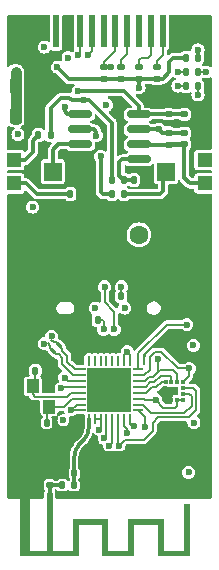
<source format=gbr>
%TF.GenerationSoftware,KiCad,Pcbnew,8.0.1*%
%TF.CreationDate,2025-06-23T19:48:13+12:00*%
%TF.ProjectId,panelrev2,70616e65-6c72-4657-9632-2e6b69636164,rev?*%
%TF.SameCoordinates,Original*%
%TF.FileFunction,Copper,L1,Top*%
%TF.FilePolarity,Positive*%
%FSLAX46Y46*%
G04 Gerber Fmt 4.6, Leading zero omitted, Abs format (unit mm)*
G04 Created by KiCad (PCBNEW 8.0.1) date 2025-06-23 19:48:13*
%MOMM*%
%LPD*%
G01*
G04 APERTURE LIST*
G04 Aperture macros list*
%AMRoundRect*
0 Rectangle with rounded corners*
0 $1 Rounding radius*
0 $2 $3 $4 $5 $6 $7 $8 $9 X,Y pos of 4 corners*
0 Add a 4 corners polygon primitive as box body*
4,1,4,$2,$3,$4,$5,$6,$7,$8,$9,$2,$3,0*
0 Add four circle primitives for the rounded corners*
1,1,$1+$1,$2,$3*
1,1,$1+$1,$4,$5*
1,1,$1+$1,$6,$7*
1,1,$1+$1,$8,$9*
0 Add four rect primitives between the rounded corners*
20,1,$1+$1,$2,$3,$4,$5,0*
20,1,$1+$1,$4,$5,$6,$7,0*
20,1,$1+$1,$6,$7,$8,$9,0*
20,1,$1+$1,$8,$9,$2,$3,0*%
G04 Aperture macros list end*
%TA.AperFunction,EtchedComponent*%
%ADD10C,0.000000*%
%TD*%
%TA.AperFunction,SMDPad,CuDef*%
%ADD11R,1.000000X1.150000*%
%TD*%
%TA.AperFunction,SMDPad,CuDef*%
%ADD12RoundRect,0.147500X0.172500X-0.147500X0.172500X0.147500X-0.172500X0.147500X-0.172500X-0.147500X0*%
%TD*%
%TA.AperFunction,SMDPad,CuDef*%
%ADD13RoundRect,0.135000X0.135000X0.185000X-0.135000X0.185000X-0.135000X-0.185000X0.135000X-0.185000X0*%
%TD*%
%TA.AperFunction,ConnectorPad*%
%ADD14R,0.500000X0.500000*%
%TD*%
%TA.AperFunction,ComponentPad*%
%ADD15R,0.900000X0.500000*%
%TD*%
%TA.AperFunction,SMDPad,CuDef*%
%ADD16RoundRect,0.135000X-0.135000X-0.185000X0.135000X-0.185000X0.135000X0.185000X-0.135000X0.185000X0*%
%TD*%
%TA.AperFunction,ComponentPad*%
%ADD17C,1.600000*%
%TD*%
%TA.AperFunction,SMDPad,CuDef*%
%ADD18R,1.200000X1.200000*%
%TD*%
%TA.AperFunction,SMDPad,CuDef*%
%ADD19R,1.500000X1.600000*%
%TD*%
%TA.AperFunction,SMDPad,CuDef*%
%ADD20RoundRect,0.140000X0.140000X0.170000X-0.140000X0.170000X-0.140000X-0.170000X0.140000X-0.170000X0*%
%TD*%
%TA.AperFunction,SMDPad,CuDef*%
%ADD21RoundRect,0.062500X0.062500X-0.337500X0.062500X0.337500X-0.062500X0.337500X-0.062500X-0.337500X0*%
%TD*%
%TA.AperFunction,SMDPad,CuDef*%
%ADD22RoundRect,0.062500X0.337500X-0.062500X0.337500X0.062500X-0.337500X0.062500X-0.337500X-0.062500X0*%
%TD*%
%TA.AperFunction,HeatsinkPad*%
%ADD23R,3.700000X3.700000*%
%TD*%
%TA.AperFunction,SMDPad,CuDef*%
%ADD24RoundRect,0.075000X-0.070711X0.176777X-0.176777X0.070711X0.070711X-0.176777X0.176777X-0.070711X0*%
%TD*%
%TA.AperFunction,SMDPad,CuDef*%
%ADD25RoundRect,0.140000X-0.170000X0.140000X-0.170000X-0.140000X0.170000X-0.140000X0.170000X0.140000X0*%
%TD*%
%TA.AperFunction,SMDPad,CuDef*%
%ADD26RoundRect,0.140000X-0.140000X-0.170000X0.140000X-0.170000X0.140000X0.170000X-0.140000X0.170000X0*%
%TD*%
%TA.AperFunction,SMDPad,CuDef*%
%ADD27RoundRect,0.250000X0.250000X0.475000X-0.250000X0.475000X-0.250000X-0.475000X0.250000X-0.475000X0*%
%TD*%
%TA.AperFunction,SMDPad,CuDef*%
%ADD28RoundRect,0.147500X0.147500X0.172500X-0.147500X0.172500X-0.147500X-0.172500X0.147500X-0.172500X0*%
%TD*%
%TA.AperFunction,SMDPad,CuDef*%
%ADD29RoundRect,0.150000X-0.825000X-0.150000X0.825000X-0.150000X0.825000X0.150000X-0.825000X0.150000X0*%
%TD*%
%TA.AperFunction,SMDPad,CuDef*%
%ADD30R,0.500000X2.800000*%
%TD*%
%TA.AperFunction,SMDPad,CuDef*%
%ADD31R,0.600000X2.600000*%
%TD*%
%TA.AperFunction,SMDPad,CuDef*%
%ADD32R,1.000000X1.000000*%
%TD*%
%TA.AperFunction,SMDPad,CuDef*%
%ADD33R,1.000000X3.550000*%
%TD*%
%TA.AperFunction,SMDPad,CuDef*%
%ADD34R,1.000000X3.800000*%
%TD*%
%TA.AperFunction,SMDPad,CuDef*%
%ADD35R,3.550000X1.000000*%
%TD*%
%TA.AperFunction,SMDPad,CuDef*%
%ADD36R,3.800000X1.000000*%
%TD*%
%TA.AperFunction,SMDPad,CuDef*%
%ADD37RoundRect,0.140000X0.170000X-0.140000X0.170000X0.140000X-0.170000X0.140000X-0.170000X-0.140000X0*%
%TD*%
%TA.AperFunction,SMDPad,CuDef*%
%ADD38RoundRect,0.147500X-0.147500X-0.172500X0.147500X-0.172500X0.147500X0.172500X-0.147500X0.172500X0*%
%TD*%
%TA.AperFunction,SMDPad,CuDef*%
%ADD39R,0.350000X0.375000*%
%TD*%
%TA.AperFunction,SMDPad,CuDef*%
%ADD40R,0.375000X0.350000*%
%TD*%
%TA.AperFunction,SMDPad,CuDef*%
%ADD41RoundRect,0.135000X0.185000X-0.135000X0.185000X0.135000X-0.185000X0.135000X-0.185000X-0.135000X0*%
%TD*%
%TA.AperFunction,SMDPad,CuDef*%
%ADD42RoundRect,0.075000X0.070711X-0.176777X0.176777X-0.070711X-0.070711X0.176777X-0.176777X0.070711X0*%
%TD*%
%TA.AperFunction,ComponentPad*%
%ADD43C,1.100000*%
%TD*%
%TA.AperFunction,ViaPad*%
%ADD44C,0.600000*%
%TD*%
%TA.AperFunction,Conductor*%
%ADD45C,0.200000*%
%TD*%
%TA.AperFunction,Conductor*%
%ADD46C,0.350000*%
%TD*%
%TA.AperFunction,Conductor*%
%ADD47C,0.300000*%
%TD*%
%TA.AperFunction,Conductor*%
%ADD48C,0.900000*%
%TD*%
G04 APERTURE END LIST*
D10*
%TA.AperFunction,EtchedComponent*%
%TO.C,AE1*%
G36*
X141800000Y-72675000D02*
G01*
X143200000Y-72675000D01*
X143200000Y-67775000D01*
X143700000Y-67775000D01*
X143700000Y-72675000D01*
X145400000Y-72675000D01*
X145400000Y-70035000D01*
X148400000Y-70035000D01*
X148400000Y-72675000D01*
X150100000Y-72675000D01*
X150100000Y-70035000D01*
X153100000Y-70035000D01*
X153100000Y-72675000D01*
X154800000Y-72675000D01*
X154800000Y-68735000D01*
X155300000Y-68735000D01*
X155300000Y-73175000D01*
X152600000Y-73175000D01*
X152600000Y-70535000D01*
X150600000Y-70535000D01*
X150600000Y-73175000D01*
X147900000Y-73175000D01*
X147900000Y-70535000D01*
X145900000Y-70535000D01*
X145900000Y-73175000D01*
X140900000Y-73175000D01*
X140900000Y-68018215D01*
X141202417Y-68018215D01*
X141207153Y-68066622D01*
X141226815Y-68111416D01*
X141261755Y-68148186D01*
X141294647Y-68165092D01*
X141342733Y-68172982D01*
X141392318Y-68166408D01*
X141437628Y-68146313D01*
X141472888Y-68113643D01*
X141489782Y-68081417D01*
X141498222Y-68033158D01*
X141491691Y-67983632D01*
X141471132Y-67938447D01*
X141437489Y-67903213D01*
X141418878Y-67892600D01*
X141373363Y-67879700D01*
X141324844Y-67878957D01*
X141282181Y-67891065D01*
X141274269Y-67895419D01*
X141236326Y-67928203D01*
X141212258Y-67970605D01*
X141202417Y-68018215D01*
X140900000Y-68018215D01*
X140900000Y-67775000D01*
X141800000Y-67775000D01*
X141800000Y-72675000D01*
G37*
%TD.AperFunction*%
%TD*%
D11*
%TO.P,Y1,1,1*%
%TO.N,Board_0-Net-(U5-XTAL_N)*%
X142000000Y-58775000D03*
%TO.P,Y1,2,2*%
%TO.N,Board_0-GND*%
X142000000Y-60525000D03*
%TO.P,Y1,3,3*%
%TO.N,Board_0-Net-(U5-XTAL_P)*%
X143400000Y-60525000D03*
%TO.P,Y1,4,4*%
%TO.N,Board_0-GND*%
X143400000Y-58775000D03*
%TD*%
D12*
%TO.P,D6,1,K*%
%TO.N,Board_0-VBUS*%
X151000000Y-32735000D03*
%TO.P,D6,2,A*%
%TO.N,Board_0-D2-*%
X151000000Y-31765000D03*
%TD*%
D13*
%TO.P,R23,1*%
%TO.N,Board_0-User_LED3*%
X156010000Y-33350000D03*
%TO.P,R23,2*%
%TO.N,Board_0-Net-(J3-SCL)*%
X154990000Y-33350000D03*
%TD*%
D14*
%TO.P,AE1,1,FEED*%
%TO.N,Board_0-Net-(AE1-FEED)*%
X143450000Y-68025000D03*
D15*
%TO.P,AE1,2,PCB_Trace*%
%TO.N,Board_0-GND*%
X141350000Y-68025000D03*
%TD*%
D13*
%TO.P,R24,1*%
%TO.N,Board_0-ACC_INT1*%
X156010000Y-32150000D03*
%TO.P,R24,2*%
%TO.N,Board_0-Net-(J3-SDA)*%
X154990000Y-32150000D03*
%TD*%
D16*
%TO.P,R13,1*%
%TO.N,Board_0-Net-(J5-CC1)*%
X149490000Y-51150000D03*
%TO.P,R13,2*%
%TO.N,Board_0-GND*%
X150510000Y-51150000D03*
%TD*%
D12*
%TO.P,D4,1,K*%
%TO.N,Board_0-VBUS*%
X149500000Y-32735000D03*
%TO.P,D4,2,A*%
%TO.N,Board_0-D0+*%
X149500000Y-31765000D03*
%TD*%
D17*
%TO.P,C5,1*%
%TO.N,Board_0-Cap_V+*%
X151000000Y-45950000D03*
%TO.P,C5,2*%
%TO.N,Board_0-GND*%
X146000000Y-45950000D03*
%TD*%
D13*
%TO.P,R3,1*%
%TO.N,Board_0-Net-(U1B-+)*%
X149710000Y-41300000D03*
%TO.P,R3,2*%
%TO.N,Board_0-Net-(D8-K)*%
X148690000Y-41300000D03*
%TD*%
D18*
%TO.P,RV2,1,1*%
%TO.N,Board_0-Net-(R16-Pad2)*%
X140450000Y-39600000D03*
D19*
%TO.P,RV2,2,2*%
%TO.N,Board_0-Net-(U1A-+)*%
X143700000Y-40600000D03*
D18*
%TO.P,RV2,3,3*%
%TO.N,Board_0-Net-(R17-Pad1)*%
X140450000Y-41600000D03*
%TD*%
D20*
%TO.P,C12,1*%
%TO.N,Board_0-Net-(U5-XTAL_P)*%
X143180000Y-61850000D03*
%TO.P,C12,2*%
%TO.N,Board_0-GND*%
X142220000Y-61850000D03*
%TD*%
D21*
%TO.P,U5,1,LNA_IN*%
%TO.N,Board_0-Net-(U5-LNA_IN)*%
X146750000Y-61520000D03*
%TO.P,U5,2,VDD3P3*%
%TO.N,Board_0-Net-(U5-VDD3P3)*%
X147250000Y-61520000D03*
%TO.P,U5,3,VDD3P3__1*%
X147750000Y-61520000D03*
%TO.P,U5,4,XTAL_32K_P*%
%TO.N,Board_0-Cap_V+*%
X148250000Y-61520000D03*
%TO.P,U5,5,XTAL_32K_N*%
%TO.N,Board_0-User_SW1*%
X148750000Y-61520000D03*
%TO.P,U5,6,GPIO2*%
%TO.N,Board_0-GPIO2*%
X149250000Y-61520000D03*
%TO.P,U5,7,CHIP_EN*%
%TO.N,Board_0-Net-(U5-CHIP_EN)*%
X149750000Y-61520000D03*
%TO.P,U5,8,GPIO3*%
%TO.N,Board_0-User_LED3*%
X150250000Y-61520000D03*
D22*
%TO.P,U5,9,MTMS*%
%TO.N,Board_0-ACC_INT1*%
X150950000Y-60820000D03*
%TO.P,U5,10,MTDI*%
%TO.N,Board_0-ACC_INT2*%
X150950000Y-60320000D03*
%TO.P,U5,11,VDD3P3_RTC*%
%TO.N,Board_0-+3V3*%
X150950000Y-59820000D03*
%TO.P,U5,12,MTCK*%
%TO.N,Board_0-ACC_MOSI*%
X150950000Y-59320000D03*
%TO.P,U5,13,MTDO*%
%TO.N,Board_0-ACC_MISO*%
X150950000Y-58820000D03*
%TO.P,U5,14,GPIO8*%
%TO.N,Board_0-GPIO8*%
X150950000Y-58320000D03*
%TO.P,U5,15,GPIO9*%
%TO.N,Board_0-GPIO9*%
X150950000Y-57820000D03*
%TO.P,U5,16,GPIO10*%
%TO.N,Board_0-ACC_SCK*%
X150950000Y-57320000D03*
D21*
%TO.P,U5,17,VDD3P3_CPU*%
%TO.N,Board_0-+3V3*%
X150250000Y-56620000D03*
%TO.P,U5,18,VDD_SPI*%
X149750000Y-56620000D03*
%TO.P,U5,19,SPIHD*%
%TO.N,Board_0-unconnected-(U5-SPIHD-Pad19)*%
X149250000Y-56620000D03*
%TO.P,U5,20,SPIWP*%
%TO.N,Board_0-unconnected-(U5-SPIWP-Pad20)*%
X148750000Y-56620000D03*
%TO.P,U5,21,SPICS0*%
%TO.N,Board_0-unconnected-(U5-SPICS0-Pad21)*%
X148250000Y-56620000D03*
%TO.P,U5,22,SPICLK*%
%TO.N,Board_0-unconnected-(U5-SPICLK-Pad22)*%
X147750000Y-56620000D03*
%TO.P,U5,23,SPID*%
%TO.N,Board_0-unconnected-(U5-SPID-Pad23)*%
X147250000Y-56620000D03*
%TO.P,U5,24,SPIQ*%
%TO.N,Board_0-unconnected-(U5-SPIQ-Pad24)*%
X146750000Y-56620000D03*
D22*
%TO.P,U5,25,GPIO18*%
%TO.N,Board_0-A_D-*%
X146050000Y-57320000D03*
%TO.P,U5,26,GPIO19*%
%TO.N,Board_0-A_D+*%
X146050000Y-57820000D03*
%TO.P,U5,27,U0RXD*%
%TO.N,Board_0-RXD*%
X146050000Y-58320000D03*
%TO.P,U5,28,U0TXD*%
%TO.N,Board_0-TXD*%
X146050000Y-58820000D03*
%TO.P,U5,29,XTAL_N*%
%TO.N,Board_0-Net-(U5-XTAL_N)*%
X146050000Y-59320000D03*
%TO.P,U5,30,XTAL_P*%
%TO.N,Board_0-Net-(U5-XTAL_P)*%
X146050000Y-59820000D03*
%TO.P,U5,31,VDDA*%
%TO.N,Board_0-+3V3*%
X146050000Y-60320000D03*
%TO.P,U5,32,VDDA__1*%
X146050000Y-60820000D03*
D23*
%TO.P,U5,33,GND*%
%TO.N,Board_0-GND*%
X148500000Y-59070000D03*
%TD*%
D18*
%TO.P,RV1,1,1*%
%TO.N,Board_0-Net-(U1B--)*%
X156550000Y-41600000D03*
D19*
%TO.P,RV1,2,2*%
%TO.N,Board_0-Net-(R2-Pad2)*%
X153300000Y-40600000D03*
D18*
%TO.P,RV1,3,3*%
%TO.N,Board_0-unconnected-(RV1-Pad3)*%
X156550000Y-39600000D03*
%TD*%
D12*
%TO.P,D5,1,K*%
%TO.N,Board_0-VBUS*%
X148000000Y-32735000D03*
%TO.P,D5,2,A*%
%TO.N,Board_0-D0-*%
X148000000Y-31765000D03*
%TD*%
D20*
%TO.P,C11,1*%
%TO.N,Board_0-GND*%
X143180000Y-57450000D03*
%TO.P,C11,2*%
%TO.N,Board_0-Net-(U5-XTAL_N)*%
X142220000Y-57450000D03*
%TD*%
D24*
%TO.P,D15,1,A1*%
%TO.N,Board_0-GND*%
X144737437Y-54812563D03*
%TO.P,D15,2,A2*%
%TO.N,Board_0-A_D-*%
X144242463Y-55307537D03*
%TD*%
D16*
%TO.P,R2,1*%
%TO.N,Board_0-D0-*%
X148690000Y-42500000D03*
%TO.P,R2,2*%
%TO.N,Board_0-Net-(R2-Pad2)*%
X149710000Y-42500000D03*
%TD*%
%TO.P,R4,1*%
%TO.N,Board_0-Net-(U1B-+)*%
X150590000Y-41300000D03*
%TO.P,R4,2*%
%TO.N,Board_0-GND*%
X151610000Y-41300000D03*
%TD*%
D25*
%TO.P,C9,1*%
%TO.N,Board_0-GND*%
X153500000Y-34770000D03*
%TO.P,C9,2*%
%TO.N,Board_0-Net-(D9-K)*%
X153500000Y-35730000D03*
%TD*%
D26*
%TO.P,C21,1*%
%TO.N,Board_0-Net-(U5-LNA_IN)*%
X145520000Y-66150000D03*
%TO.P,C21,2*%
%TO.N,Board_0-GND*%
X146480000Y-66150000D03*
%TD*%
D27*
%TO.P,C10,1*%
%TO.N,Board_0-GND*%
X142450000Y-33350000D03*
%TO.P,C10,2*%
%TO.N,Board_0-VDD*%
X140550000Y-33350000D03*
%TD*%
D28*
%TO.P,L4,1*%
%TO.N,Board_0-Net-(U5-LNA_IN)*%
X145485000Y-67150000D03*
%TO.P,L4,2*%
%TO.N,Board_0-Net-(AE1-FEED)*%
X144515000Y-67150000D03*
%TD*%
D29*
%TO.P,U1,1*%
%TO.N,Board_0-lin_reg*%
X146025000Y-35745000D03*
%TO.P,U1,2,-*%
%TO.N,Board_0-Net-(U1A--)*%
X146025000Y-37015000D03*
%TO.P,U1,3,+*%
%TO.N,Board_0-Net-(U1A-+)*%
X146025000Y-38285000D03*
%TO.P,U1,4,V-*%
%TO.N,Board_0-GND*%
X146025000Y-39555000D03*
%TO.P,U1,5,+*%
%TO.N,Board_0-Net-(U1B-+)*%
X150975000Y-39555000D03*
%TO.P,U1,6,-*%
%TO.N,Board_0-Net-(U1B--)*%
X150975000Y-38285000D03*
%TO.P,U1,7*%
%TO.N,Board_0-Net-(U2-VOUT)*%
X150975000Y-37015000D03*
%TO.P,U1,8,V+*%
%TO.N,Board_0-Net-(D9-K)*%
X150975000Y-35745000D03*
%TD*%
D16*
%TO.P,R17,1*%
%TO.N,Board_0-Net-(R17-Pad1)*%
X145190000Y-42500000D03*
%TO.P,R17,2*%
%TO.N,Board_0-GND*%
X146210000Y-42500000D03*
%TD*%
D27*
%TO.P,C8,1*%
%TO.N,Board_0-GND*%
X142450000Y-35850000D03*
%TO.P,C8,2*%
%TO.N,Board_0-VDD*%
X140550000Y-35850000D03*
%TD*%
D30*
%TO.P,J3,1,D2+*%
%TO.N,Board_0-D2+*%
X153000000Y-28700000D03*
%TO.P,J3,3,D2-*%
%TO.N,Board_0-D2-*%
X152000000Y-28700000D03*
%TO.P,J3,5,D1S*%
%TO.N,Board_0-unconnected-(J3-D1S-Pad5)*%
X151000000Y-28700000D03*
%TO.P,J3,7,D0+*%
%TO.N,Board_0-D0+*%
X150000000Y-28700000D03*
%TO.P,J3,9,D0-*%
%TO.N,Board_0-D0-*%
X149000000Y-28700000D03*
%TO.P,J3,11,CKS*%
%TO.N,Board_0-unconnected-(J3-CKS-Pad11)*%
X148000000Y-28700000D03*
%TO.P,J3,13,CEC*%
%TO.N,Board_0-ACC_SCK*%
X147000000Y-28700000D03*
%TO.P,J3,15,SCL*%
%TO.N,Board_0-Net-(J3-SCL)*%
X146000000Y-28700000D03*
%TO.P,J3,17,GND*%
%TO.N,Board_0-GND*%
X145000000Y-28700000D03*
%TO.P,J3,19,HPD/HEAC-*%
%TO.N,Board_0-unconnected-(J3-HPD{slash}HEAC--Pad19)*%
X144000000Y-28700000D03*
D31*
%TO.P,J3,SH,SH*%
%TO.N,Board_0-GND*%
X155275000Y-28600000D03*
X141725000Y-28600000D03*
%TD*%
D13*
%TO.P,R12,1*%
%TO.N,Board_0-Net-(J5-CC2)*%
X147510000Y-53150000D03*
%TO.P,R12,2*%
%TO.N,Board_0-GND*%
X146490000Y-53150000D03*
%TD*%
D32*
%TO.P,J1,1,Shield*%
%TO.N,Board_0-GND*%
X140350000Y-48500000D03*
D33*
X140350000Y-50775000D03*
D34*
X140350000Y-56650000D03*
D33*
X140350000Y-62525000D03*
D32*
X140350000Y-64800000D03*
D35*
X142625000Y-48500000D03*
X142625000Y-64800000D03*
D36*
X148500000Y-48500000D03*
X148500000Y-64800000D03*
D35*
X154375000Y-48500000D03*
X154375000Y-64800000D03*
D32*
X156650000Y-48500000D03*
D33*
X156650000Y-50775000D03*
D34*
X156650000Y-56650000D03*
D33*
X156650000Y-62525000D03*
D32*
X156650000Y-64800000D03*
%TD*%
D13*
%TO.P,R16,1*%
%TO.N,Board_0-Net-(D8-K)*%
X143510000Y-37500000D03*
%TO.P,R16,2*%
%TO.N,Board_0-Net-(R16-Pad2)*%
X142490000Y-37500000D03*
%TD*%
D12*
%TO.P,D7,1,K*%
%TO.N,Board_0-VBUS*%
X152500000Y-32735000D03*
%TO.P,D7,2,A*%
%TO.N,Board_0-D2+*%
X152500000Y-31765000D03*
%TD*%
D37*
%TO.P,C23,1*%
%TO.N,Board_0-Net-(AE1-FEED)*%
X143450000Y-67130000D03*
%TO.P,C23,2*%
%TO.N,Board_0-GND*%
X143450000Y-66170000D03*
%TD*%
D38*
%TO.P,D16,1,K*%
%TO.N,Board_0-VBUS*%
X155015000Y-30950000D03*
%TO.P,D16,2,A*%
%TO.N,Board_0-Net-(D16-A)*%
X155985000Y-30950000D03*
%TD*%
D39*
%TO.P,U4,1,SCL/SPC*%
%TO.N,Board_0-GPIO9*%
X154750000Y-58387500D03*
%TO.P,U4,2,~{CS}*%
%TO.N,Board_0-GPIO8*%
X154250000Y-58387500D03*
%TO.P,U4,3,SA0/SDO*%
%TO.N,Board_0-ACC_MISO*%
X153750000Y-58387500D03*
%TO.P,U4,4,SDA/SDI*%
%TO.N,Board_0-ACC_MOSI*%
X153250000Y-58387500D03*
D40*
%TO.P,U4,5,RES*%
%TO.N,Board_0-GND*%
X153237500Y-58900000D03*
%TO.P,U4,6,GND*%
X153237500Y-59400000D03*
D39*
%TO.P,U4,7,GND*%
X153250000Y-59912500D03*
%TO.P,U4,8,GND*%
X153750000Y-59912500D03*
%TO.P,U4,9,Vdd*%
%TO.N,Board_0-+3V3*%
X154250000Y-59912500D03*
%TO.P,U4,10,Vdd_IO*%
X154750000Y-59912500D03*
D40*
%TO.P,U4,11,INT2*%
%TO.N,Board_0-ACC_INT2*%
X154762500Y-59400000D03*
%TO.P,U4,12,INT1*%
%TO.N,Board_0-GPIO2*%
X154762500Y-58900000D03*
%TD*%
D37*
%TO.P,C1,1*%
%TO.N,Board_0-Net-(U1B--)*%
X154850000Y-38280000D03*
%TO.P,C1,2*%
%TO.N,Board_0-Net-(U2-VOUT)*%
X154850000Y-37320000D03*
%TD*%
D41*
%TO.P,R6,1*%
%TO.N,Board_0-Net-(U1B--)*%
X153500000Y-38310000D03*
%TO.P,R6,2*%
%TO.N,Board_0-Net-(U2-VOUT)*%
X153500000Y-37290000D03*
%TD*%
D25*
%TO.P,C2,1*%
%TO.N,Board_0-GND*%
X154850000Y-34790000D03*
%TO.P,C2,2*%
%TO.N,Board_0-Net-(D9-K)*%
X154850000Y-35750000D03*
%TD*%
D42*
%TO.P,D14,1,A1*%
%TO.N,Board_0-GND*%
X143252513Y-56297487D03*
%TO.P,D14,2,A2*%
%TO.N,Board_0-A_D+*%
X143747487Y-55802513D03*
%TD*%
D43*
%TO.P,J5,S1,SHIELD*%
%TO.N,Board_0-GND*%
X150900000Y-54300000D03*
X150900000Y-50000000D03*
X146100000Y-54300000D03*
X146100000Y-50000000D03*
%TD*%
D44*
%TO.N,Board_0-+3V3*%
X145230000Y-60820000D03*
X142000000Y-43600000D03*
X152400000Y-59900000D03*
X150000000Y-55850000D03*
%TO.N,Board_0-+5V*%
X140750000Y-37450000D03*
X149800000Y-52150000D03*
X147300000Y-52150000D03*
%TO.N,Board_0-ACC_INT1*%
X156650000Y-32150000D03*
X151500000Y-62200000D03*
%TO.N,Board_0-ACC_SCK*%
X146650000Y-30750000D03*
X155050000Y-53550000D03*
%TO.N,Board_0-A_D+*%
X142999479Y-55150521D03*
%TO.N,Board_0-A_D-*%
X143600521Y-54549479D03*
X148100000Y-50350000D03*
X148900000Y-53950000D03*
%TO.N,Board_0-Cap_V+*%
X148000000Y-63150000D03*
%TO.N,Board_0-D0-*%
X148650000Y-31750000D03*
X147750000Y-39300000D03*
%TO.N,Board_0-GND*%
X148500000Y-59150000D03*
X142700000Y-38650000D03*
X147500000Y-60150000D03*
X153900000Y-59200000D03*
X152550000Y-33850000D03*
X149500000Y-58150000D03*
X140305491Y-59987608D03*
X147700000Y-47400000D03*
X149500000Y-60150000D03*
X141800000Y-55250000D03*
X142750000Y-66300000D03*
X149200000Y-34950000D03*
X142650000Y-67950000D03*
X145700000Y-44400000D03*
X156200000Y-67750000D03*
X147500000Y-55350000D03*
X153000000Y-55000000D03*
X144100000Y-32950000D03*
X140400000Y-66150000D03*
X146300000Y-66800000D03*
X141931609Y-50234901D03*
X150900000Y-64550000D03*
X156500000Y-29650000D03*
X143850000Y-63900000D03*
X154100000Y-66650000D03*
X153750000Y-44850000D03*
X140500000Y-28150000D03*
X149500000Y-59150000D03*
X147500000Y-58150000D03*
X155500000Y-50200000D03*
X149250000Y-55200000D03*
X155700000Y-62850000D03*
X152050000Y-41800000D03*
X144000000Y-30650000D03*
X141530076Y-53975387D03*
X155800000Y-35450000D03*
X148500000Y-60150000D03*
X142000000Y-44650000D03*
X144520000Y-67970000D03*
X147500000Y-59150000D03*
X155600000Y-47250000D03*
X149800000Y-67350000D03*
X140500000Y-29650000D03*
X145250000Y-41200000D03*
X151200000Y-52150000D03*
X156500000Y-28150000D03*
X142450000Y-34650000D03*
X153600000Y-46850000D03*
X146300000Y-67600000D03*
X148500000Y-58150000D03*
X145530000Y-67970000D03*
X146300000Y-64450000D03*
X142600000Y-67100000D03*
X144330000Y-66320000D03*
%TO.N,Board_0-GPIO2*%
X149300000Y-63800000D03*
%TO.N,Board_0-GPIO8*%
X152600000Y-56450000D03*
%TO.N,Board_0-GPIO9*%
X144600000Y-61650000D03*
X155250000Y-57250000D03*
%TO.N,Board_0-Net-(D16-A)*%
X156000000Y-30300000D03*
X143000000Y-30050000D03*
%TO.N,Board_0-Net-(D8-K)*%
X146350000Y-34550000D03*
%TO.N,Board_0-Net-(D9-K)*%
X145850000Y-33800000D03*
%TO.N,Board_0-Net-(J3-SCL)*%
X154300000Y-33350000D03*
X145850000Y-30750000D03*
%TO.N,Board_0-Net-(J3-SDA)*%
X145000000Y-30950000D03*
X154300000Y-32150000D03*
%TO.N,Board_0-Net-(J5-CC1)*%
X149500000Y-50350000D03*
%TO.N,Board_0-Net-(J5-CC2)*%
X148000000Y-53950000D03*
%TO.N,Board_0-Net-(U1A--)*%
X147400000Y-37550000D03*
%TO.N,Board_0-Net-(U2-VOUT)*%
X152700000Y-37000000D03*
%TO.N,Board_0-Net-(U5-CHIP_EN)*%
X149950000Y-62700000D03*
%TO.N,Board_0-Net-(U5-VDD3P3)*%
X147600000Y-62450000D03*
%TO.N,Board_0-RXD*%
X155200000Y-66050000D03*
X144700000Y-58050000D03*
%TO.N,Board_0-TXD*%
X155650000Y-61850000D03*
X144400000Y-58950000D03*
%TO.N,Board_0-User_LED3*%
X156000000Y-34100000D03*
X150600000Y-62150000D03*
X155600000Y-55300000D03*
%TO.N,Board_0-User_SW1*%
X148500000Y-63800000D03*
%TO.N,Board_0-VBUS*%
X144100000Y-31750000D03*
X151000000Y-33500000D03*
%TO.N,Board_0-VDD*%
X148250000Y-34950000D03*
X140550000Y-32150000D03*
%TO.N,Board_0-lin_reg*%
X144700000Y-35100000D03*
%TD*%
D45*
%TO.N,Board_0-+3V3*%
X152400000Y-59900000D02*
X151550000Y-59900000D01*
X145230000Y-60820000D02*
X146050000Y-60820000D01*
X149750000Y-56100000D02*
X150000000Y-55850000D01*
X154250000Y-60400000D02*
X154250000Y-59912500D01*
X151470000Y-59820000D02*
X150950000Y-59820000D01*
X150250000Y-56100000D02*
X150250000Y-56620000D01*
X152400000Y-59925000D02*
X153075000Y-60600000D01*
X149750000Y-56620000D02*
X149750000Y-56100000D01*
X151550000Y-59900000D02*
X151470000Y-59820000D01*
X152400000Y-59900000D02*
X152400000Y-59925000D01*
X145730000Y-60320000D02*
X146050000Y-60320000D01*
X154050000Y-60600000D02*
X154250000Y-60400000D01*
X154250000Y-59912500D02*
X154750000Y-59912500D01*
X153075000Y-60600000D02*
X154050000Y-60600000D01*
X150000000Y-55850000D02*
X150250000Y-56100000D01*
X145230000Y-60820000D02*
X145730000Y-60320000D01*
%TO.N,Board_0-ACC_INT1*%
X151500000Y-62200000D02*
X151500000Y-61370000D01*
X151500000Y-61370000D02*
X150950000Y-60820000D01*
X156650000Y-32150000D02*
X156010000Y-32150000D01*
%TO.N,Board_0-ACC_INT2*%
X154762500Y-59400000D02*
X155250000Y-59400000D01*
X154850000Y-61000000D02*
X154450000Y-61000000D01*
X151370000Y-60320000D02*
X152050000Y-61000000D01*
X155450000Y-59600000D02*
X155450000Y-60400000D01*
X152050000Y-61000000D02*
X154450000Y-61000000D01*
X155250000Y-59400000D02*
X155450000Y-59600000D01*
X155450000Y-60400000D02*
X154850000Y-61000000D01*
X150950000Y-60320000D02*
X151370000Y-60320000D01*
%TO.N,Board_0-ACC_MISO*%
X153750000Y-58362500D02*
X153775000Y-58387500D01*
X152834314Y-57900000D02*
X153750000Y-57900000D01*
X153750000Y-57900000D02*
X153750000Y-58362500D01*
X151939215Y-58442157D02*
X152292157Y-58442157D01*
X150950000Y-58820000D02*
X151561372Y-58820000D01*
X152292157Y-58442157D02*
X152834314Y-57900000D01*
X151561372Y-58820000D02*
X151939215Y-58442157D01*
%TO.N,Board_0-ACC_MOSI*%
X150950000Y-59320000D02*
X151630000Y-59320000D01*
X151630000Y-59320000D02*
X152100000Y-58850000D01*
X152450000Y-58850000D02*
X152912500Y-58387500D01*
X152100000Y-58850000D02*
X152450000Y-58850000D01*
X152912500Y-58387500D02*
X153250000Y-58387500D01*
%TO.N,Board_0-ACC_SCK*%
X155050000Y-53550000D02*
X153350000Y-53550000D01*
X153350000Y-53550000D02*
X150950000Y-55950000D01*
X147000000Y-30400000D02*
X147000000Y-28750000D01*
X146650000Y-30750000D02*
X147000000Y-30400000D01*
X150950000Y-55950000D02*
X150950000Y-57320000D01*
%TO.N,Board_0-A_D+*%
X146050000Y-57820000D02*
X145775000Y-57820000D01*
X144475000Y-56353248D02*
X144192874Y-56071122D01*
X144475000Y-56893200D02*
X144475000Y-56353248D01*
X143747487Y-55802513D02*
X143478878Y-55533904D01*
X145775000Y-57820000D02*
X145750000Y-57795000D01*
X143478878Y-55533904D02*
X143478878Y-55357126D01*
X144192874Y-56071122D02*
X144016096Y-56071122D01*
X145376800Y-57795000D02*
X144475000Y-56893200D01*
X143478878Y-55357126D02*
X143260875Y-55139125D01*
X145750000Y-57795000D02*
X145376800Y-57795000D01*
X144016096Y-56071122D02*
X143747487Y-55802513D01*
%TO.N,Board_0-A_D-*%
X144925000Y-56166852D02*
X144511072Y-55752924D01*
X146050000Y-57320000D02*
X145775000Y-57320000D01*
X145563200Y-57345000D02*
X144925000Y-56706800D01*
X145775000Y-57320000D02*
X145750000Y-57345000D01*
X148900000Y-52450000D02*
X148900000Y-53950000D01*
X148100000Y-50350000D02*
X148100000Y-51650000D01*
X144925000Y-56706800D02*
X144925000Y-56166852D01*
X145750000Y-57345000D02*
X145563200Y-57345000D01*
X144511072Y-55752924D02*
X144511072Y-55576146D01*
X143973854Y-55038928D02*
X143797076Y-55038928D01*
X144242463Y-55307537D02*
X143973854Y-55038928D01*
X144511072Y-55576146D02*
X144242463Y-55307537D01*
X148100000Y-51650000D02*
X148900000Y-52450000D01*
X143797076Y-55038928D02*
X143579075Y-54820925D01*
%TO.N,Board_0-Cap_V+*%
X148250000Y-62900000D02*
X148250000Y-61520000D01*
X148000000Y-63150000D02*
X148250000Y-62900000D01*
%TO.N,Board_0-D0+*%
X149500000Y-31150000D02*
X150000000Y-30650000D01*
X150000000Y-30650000D02*
X150000000Y-28750000D01*
X149500000Y-31765000D02*
X149500000Y-31150000D01*
%TO.N,Board_0-D0-*%
X149000000Y-28750000D02*
X149000000Y-30350000D01*
D46*
X148635000Y-31765000D02*
X148650000Y-31750000D01*
X147750000Y-42300000D02*
X147950000Y-42500000D01*
X147750000Y-39300000D02*
X147750000Y-42300000D01*
D45*
X149000000Y-30350000D02*
X148000000Y-31350000D01*
D46*
X148000000Y-31765000D02*
X148635000Y-31765000D01*
X147950000Y-42500000D02*
X148690000Y-42500000D01*
D45*
X148000000Y-31350000D02*
X148000000Y-31765000D01*
%TO.N,Board_0-D2+*%
X152500000Y-31250000D02*
X152500000Y-31765000D01*
X153000000Y-30750000D02*
X152500000Y-31250000D01*
X153000000Y-28750000D02*
X153000000Y-30750000D01*
%TO.N,Board_0-D2-*%
X151000000Y-31765000D02*
X151000000Y-31150000D01*
X151000000Y-31150000D02*
X151200000Y-30950000D01*
X152000000Y-30750000D02*
X152000000Y-28750000D01*
X151200000Y-30950000D02*
X151800000Y-30950000D01*
X151800000Y-30950000D02*
X152000000Y-30750000D01*
%TO.N,Board_0-GND*%
X148500000Y-64800000D02*
X147750000Y-64800000D01*
D46*
X142450000Y-34650000D02*
X142450000Y-35850000D01*
D45*
X150900000Y-64550000D02*
X150650000Y-64800000D01*
D46*
X144345405Y-30650000D02*
X144000000Y-30650000D01*
D45*
X142220000Y-61850000D02*
X142220000Y-60745000D01*
X147300000Y-64350000D02*
X147300000Y-63950000D01*
D46*
X145900000Y-41850000D02*
X145900000Y-39680000D01*
D45*
X147750000Y-64800000D02*
X147300000Y-64350000D01*
D46*
X145000000Y-28750000D02*
X145000000Y-29995405D01*
D45*
X143180000Y-57450000D02*
X143180000Y-58555000D01*
X142220000Y-60745000D02*
X142000000Y-60525000D01*
X143180000Y-58555000D02*
X143400000Y-58775000D01*
X153700000Y-59400000D02*
X153237500Y-59400000D01*
X153900000Y-59200000D02*
X153700000Y-59400000D01*
D46*
X145900000Y-39680000D02*
X146025000Y-39555000D01*
D45*
X147300000Y-63950000D02*
X146900000Y-63950000D01*
D46*
X145000000Y-29995405D02*
X144345405Y-30650000D01*
D45*
X150650000Y-64800000D02*
X148500000Y-64800000D01*
%TO.N,Board_0-GPIO2*%
X152150000Y-62550000D02*
X151400000Y-63300000D01*
X155200000Y-61400000D02*
X152600000Y-61400000D01*
X152150000Y-61850000D02*
X152150000Y-62550000D01*
X149800000Y-63300000D02*
X149300000Y-63800000D01*
X155850000Y-59150000D02*
X155850000Y-60750000D01*
X149250000Y-63750000D02*
X149250000Y-61520000D01*
X155600000Y-58900000D02*
X155850000Y-59150000D01*
X154762500Y-58900000D02*
X155600000Y-58900000D01*
X149300000Y-63800000D02*
X149250000Y-63750000D01*
X151400000Y-63300000D02*
X149800000Y-63300000D01*
X155850000Y-60750000D02*
X155200000Y-61400000D01*
X152600000Y-61400000D02*
X152150000Y-61850000D01*
%TO.N,Board_0-GPIO8*%
X154250000Y-57750000D02*
X154250000Y-58387500D01*
X152600000Y-57550000D02*
X152200000Y-57950000D01*
X153900000Y-57400000D02*
X154250000Y-57750000D01*
X152600000Y-56450000D02*
X152600000Y-57550000D01*
X151865686Y-57950000D02*
X151495686Y-58320000D01*
X151495686Y-58320000D02*
X150950000Y-58320000D01*
X152600000Y-57550000D02*
X152750000Y-57400000D01*
X152750000Y-57400000D02*
X153900000Y-57400000D01*
X152200000Y-57950000D02*
X151865686Y-57950000D01*
%TO.N,Board_0-GPIO9*%
X155250000Y-57250000D02*
X154300000Y-57250000D01*
X152900000Y-55850000D02*
X152351471Y-55850000D01*
X151900000Y-57350000D02*
X151430000Y-57820000D01*
X155250000Y-57887500D02*
X155250000Y-57250000D01*
X151430000Y-57820000D02*
X150950000Y-57820000D01*
X152351471Y-55850000D02*
X151900000Y-56301471D01*
X151900000Y-56301471D02*
X151900000Y-57350000D01*
X154750000Y-58387500D02*
X155250000Y-57887500D01*
X154300000Y-57250000D02*
X152900000Y-55850000D01*
D47*
%TO.N,Board_0-Net-(AE1-FEED)*%
X144515000Y-67150000D02*
X143520000Y-67150000D01*
D45*
X143500000Y-67130000D02*
X143450000Y-67130000D01*
X143450000Y-67130000D02*
X143450000Y-67180000D01*
D47*
X143450000Y-67180000D02*
X143450000Y-68025000D01*
D45*
X143520000Y-67150000D02*
X143500000Y-67130000D01*
D46*
%TO.N,Board_0-Net-(D16-A)*%
X156000000Y-30300000D02*
X156000000Y-30935000D01*
X156000000Y-30935000D02*
X155985000Y-30950000D01*
%TO.N,Board_0-Net-(D8-K)*%
X148690000Y-36440000D02*
X148690000Y-41300000D01*
X146350000Y-34550000D02*
X145300000Y-34550000D01*
X144400000Y-34350000D02*
X143510000Y-35240000D01*
X145300000Y-34550000D02*
X145100000Y-34350000D01*
X145100000Y-34350000D02*
X144400000Y-34350000D01*
X146800000Y-34550000D02*
X148690000Y-36440000D01*
X143510000Y-35240000D02*
X143510000Y-37500000D01*
X146350000Y-34550000D02*
X146800000Y-34550000D01*
%TO.N,Board_0-Net-(D9-K)*%
X154850000Y-35750000D02*
X154845000Y-35745000D01*
X154845000Y-35745000D02*
X150975000Y-35745000D01*
X150975000Y-35025000D02*
X150975000Y-35745000D01*
X145850000Y-33800000D02*
X149750000Y-33800000D01*
X149750000Y-33800000D02*
X150975000Y-35025000D01*
D45*
%TO.N,Board_0-Net-(J3-SCL)*%
X154300000Y-33350000D02*
X154990000Y-33350000D01*
X145850000Y-30750000D02*
X146000000Y-30600000D01*
X146000000Y-30600000D02*
X146000000Y-28750000D01*
%TO.N,Board_0-Net-(J3-SDA)*%
X154300000Y-32150000D02*
X154990000Y-32150000D01*
%TO.N,Board_0-Net-(J5-CC1)*%
X149490000Y-50360000D02*
X149490000Y-51150000D01*
X149500000Y-50350000D02*
X149490000Y-50360000D01*
%TO.N,Board_0-Net-(J5-CC2)*%
X148000000Y-53950000D02*
X148000000Y-53250000D01*
X147510000Y-53150000D02*
X147900000Y-53150000D01*
X148000000Y-53250000D02*
X147900000Y-53150000D01*
D46*
%TO.N,Board_0-Net-(R16-Pad2)*%
X142000000Y-37990000D02*
X142000000Y-38950000D01*
X142000000Y-38950000D02*
X141350000Y-39600000D01*
X142490000Y-37500000D02*
X142000000Y-37990000D01*
X141350000Y-39600000D02*
X140450000Y-39600000D01*
%TO.N,Board_0-Net-(R17-Pad1)*%
X142350000Y-42500000D02*
X141450000Y-41600000D01*
X145190000Y-42500000D02*
X142350000Y-42500000D01*
X141450000Y-41600000D02*
X140450000Y-41600000D01*
%TO.N,Board_0-Net-(R2-Pad2)*%
X153050000Y-40600000D02*
X153050000Y-42200000D01*
X153050000Y-42200000D02*
X152750000Y-42500000D01*
X152750000Y-42500000D02*
X149710000Y-42500000D01*
%TO.N,Board_0-Net-(U1A-+)*%
X143700000Y-38735000D02*
X144150000Y-38285000D01*
X143700000Y-40600000D02*
X143700000Y-38735000D01*
X144150000Y-38285000D02*
X146025000Y-38285000D01*
%TO.N,Board_0-Net-(U1A--)*%
X147215000Y-37015000D02*
X146025000Y-37015000D01*
X147400000Y-37550000D02*
X147400000Y-37200000D01*
X147400000Y-37200000D02*
X147215000Y-37015000D01*
%TO.N,Board_0-Net-(U1B-+)*%
X150975000Y-39555000D02*
X149595000Y-39555000D01*
X149350000Y-39800000D02*
X149350000Y-40940000D01*
X149350000Y-40940000D02*
X149710000Y-41300000D01*
X149710000Y-41300000D02*
X150590000Y-41300000D01*
X149595000Y-39555000D02*
X149350000Y-39800000D01*
%TO.N,Board_0-Net-(U1B--)*%
X154850000Y-38280000D02*
X154620000Y-38280000D01*
X153530000Y-38280000D02*
X153500000Y-38310000D01*
X154850000Y-41100000D02*
X154850000Y-38280000D01*
X150525000Y-38285000D02*
X150975000Y-38285000D01*
X150500000Y-38310000D02*
X150525000Y-38285000D01*
X155350000Y-41600000D02*
X154850000Y-41100000D01*
X154850000Y-38280000D02*
X153530000Y-38280000D01*
X153500000Y-38310000D02*
X150500000Y-38310000D01*
D45*
X153690000Y-38340000D02*
X153700000Y-38350000D01*
X153690000Y-38200000D02*
X153690000Y-38340000D01*
D46*
X156300000Y-41600000D02*
X155350000Y-41600000D01*
D45*
X153660000Y-38310000D02*
X150500000Y-38310000D01*
X153700000Y-38350000D02*
X153660000Y-38310000D01*
D46*
X153500000Y-38310000D02*
X154820000Y-38310000D01*
X154820000Y-38310000D02*
X154850000Y-38280000D01*
%TO.N,Board_0-Net-(U2-VOUT)*%
X153500000Y-37290000D02*
X154820000Y-37290000D01*
X152700000Y-37000000D02*
X152990000Y-37290000D01*
X152990000Y-37290000D02*
X153500000Y-37290000D01*
X152685000Y-37015000D02*
X150975000Y-37015000D01*
X154820000Y-37290000D02*
X154850000Y-37320000D01*
X152700000Y-37000000D02*
X152685000Y-37015000D01*
D45*
%TO.N,Board_0-Net-(U5-CHIP_EN)*%
X149950000Y-62700000D02*
X149950000Y-62350000D01*
X149950000Y-62350000D02*
X149750000Y-62150000D01*
X149750000Y-62150000D02*
X149750000Y-61520000D01*
D47*
%TO.N,Board_0-Net-(U5-LNA_IN)*%
X145520000Y-66150000D02*
X145520000Y-64751320D01*
X146750000Y-62278680D02*
X146750000Y-61520000D01*
X145959340Y-63690660D02*
X146310660Y-63339340D01*
X145520000Y-66150000D02*
X145520000Y-67115000D01*
X145520000Y-67115000D02*
X145485000Y-67150000D01*
X146310660Y-63339340D02*
G75*
G03*
X146749985Y-62278680I-1060660J1060640D01*
G01*
X145520000Y-64751320D02*
G75*
G02*
X145959330Y-63690650I1500000J20D01*
G01*
D45*
%TO.N,Board_0-Net-(U5-VDD3P3)*%
X147750000Y-61520000D02*
X147250000Y-61520000D01*
X147600000Y-62450000D02*
X147750000Y-62300000D01*
X147750000Y-62300000D02*
X147750000Y-61520000D01*
%TO.N,Board_0-Net-(U5-XTAL_N)*%
X142220000Y-57450000D02*
X142220000Y-58555000D01*
X142200000Y-59650000D02*
X142000000Y-59450000D01*
X145230000Y-59320000D02*
X144900000Y-59650000D01*
X144900000Y-59650000D02*
X142200000Y-59650000D01*
X142220000Y-58555000D02*
X142000000Y-58775000D01*
X146050000Y-59320000D02*
X145230000Y-59320000D01*
X142000000Y-59450000D02*
X142000000Y-58775000D01*
%TO.N,Board_0-Net-(U5-XTAL_P)*%
X144625000Y-60525000D02*
X143400000Y-60525000D01*
X145330000Y-59820000D02*
X144625000Y-60525000D01*
X143180000Y-61850000D02*
X143180000Y-60745000D01*
X146050000Y-59820000D02*
X145330000Y-59820000D01*
X143180000Y-60745000D02*
X143400000Y-60525000D01*
%TO.N,Board_0-RXD*%
X144700000Y-58050000D02*
X144970000Y-58320000D01*
X144970000Y-58320000D02*
X146050000Y-58320000D01*
%TO.N,Board_0-TXD*%
X144530000Y-58820000D02*
X146050000Y-58820000D01*
X144400000Y-58950000D02*
X144530000Y-58820000D01*
%TO.N,Board_0-User_LED3*%
X150600000Y-62150000D02*
X150400000Y-62150000D01*
X156000000Y-34100000D02*
X156000000Y-33360000D01*
X156000000Y-33360000D02*
X156010000Y-33350000D01*
X150250000Y-62000000D02*
X150250000Y-61520000D01*
X150400000Y-62150000D02*
X150250000Y-62000000D01*
%TO.N,Board_0-User_SW1*%
X148500000Y-63800000D02*
X148750000Y-63550000D01*
X148750000Y-63550000D02*
X148750000Y-61520000D01*
D46*
%TO.N,Board_0-VBUS*%
X153000000Y-32750000D02*
X152515000Y-32750000D01*
X145100000Y-32750000D02*
X147985000Y-32750000D01*
X153900000Y-30950000D02*
X153550000Y-31300000D01*
X151000000Y-33500000D02*
X151000000Y-32735000D01*
X153550000Y-32200000D02*
X153000000Y-32750000D01*
X153550000Y-31300000D02*
X153550000Y-32200000D01*
X147985000Y-32750000D02*
X148000000Y-32735000D01*
X152515000Y-32750000D02*
X152500000Y-32735000D01*
X144100000Y-31750000D02*
X145100000Y-32750000D01*
X148000000Y-32735000D02*
X152500000Y-32735000D01*
X155015000Y-30950000D02*
X153900000Y-30950000D01*
D48*
%TO.N,Board_0-VDD*%
X140550000Y-33350000D02*
X140550000Y-32150000D01*
X140550000Y-33350000D02*
X140550000Y-35850000D01*
D46*
X140550000Y-34150000D02*
X140550000Y-35850000D01*
%TO.N,Board_0-lin_reg*%
X144945000Y-35745000D02*
X144700000Y-35500000D01*
X146025000Y-35745000D02*
X144945000Y-35745000D01*
X144700000Y-35500000D02*
X144700000Y-35100000D01*
%TD*%
%TA.AperFunction,Conductor*%
%TO.N,Board_0-GND*%
G36*
X142699500Y-61119746D02*
G01*
X142699501Y-61119758D01*
X142711132Y-61178227D01*
X142711134Y-61178233D01*
X142755445Y-61244548D01*
X142755448Y-61244552D01*
X142771339Y-61255170D01*
X142798093Y-61273047D01*
X142835972Y-61321098D01*
X142838373Y-61382236D01*
X142813094Y-61425365D01*
X142756776Y-61481683D01*
X142756774Y-61481686D01*
X142706029Y-61590510D01*
X142706028Y-61590511D01*
X142699500Y-61640100D01*
X142699500Y-62059896D01*
X142699501Y-62059907D01*
X142706027Y-62109486D01*
X142706027Y-62109488D01*
X142756774Y-62218313D01*
X142756775Y-62218314D01*
X142756776Y-62218316D01*
X142841684Y-62303224D01*
X142950513Y-62353972D01*
X143000099Y-62360500D01*
X143359900Y-62360499D01*
X143409487Y-62353972D01*
X143409488Y-62353972D01*
X143468137Y-62326622D01*
X143518316Y-62303224D01*
X143603224Y-62218316D01*
X143653972Y-62109487D01*
X143660500Y-62059901D01*
X143660499Y-61640100D01*
X143653972Y-61590513D01*
X143653972Y-61590511D01*
X143603225Y-61481686D01*
X143603224Y-61481685D01*
X143603224Y-61481684D01*
X143591041Y-61469501D01*
X143563266Y-61414987D01*
X143572837Y-61354555D01*
X143616102Y-61311290D01*
X143661047Y-61300500D01*
X143919747Y-61300500D01*
X143919748Y-61300500D01*
X143978231Y-61288867D01*
X144028662Y-61255169D01*
X144085608Y-61239107D01*
X144079515Y-61212901D01*
X144086689Y-61183487D01*
X144088861Y-61178239D01*
X144088867Y-61178231D01*
X144100500Y-61119748D01*
X144100500Y-61050000D01*
X144770923Y-61050000D01*
X144773236Y-61070159D01*
X144743150Y-61123437D01*
X144687494Y-61148855D01*
X144676208Y-61149500D01*
X144528035Y-61149500D01*
X144389949Y-61190046D01*
X144389942Y-61190049D01*
X144268872Y-61267856D01*
X144252970Y-61286208D01*
X144200573Y-61317803D01*
X144178736Y-61315926D01*
X144176545Y-61371748D01*
X144173717Y-61378610D01*
X144114833Y-61507545D01*
X144094353Y-61649997D01*
X144094353Y-61650002D01*
X144114834Y-61792456D01*
X144156368Y-61883401D01*
X144174623Y-61923373D01*
X144206462Y-61960117D01*
X144268873Y-62032144D01*
X144387446Y-62108346D01*
X144389947Y-62109953D01*
X144496403Y-62141211D01*
X144528035Y-62150499D01*
X144528036Y-62150499D01*
X144528039Y-62150500D01*
X144528041Y-62150500D01*
X144671959Y-62150500D01*
X144671961Y-62150500D01*
X144810053Y-62109953D01*
X144931128Y-62032143D01*
X145025377Y-61923373D01*
X145085165Y-61792457D01*
X145105647Y-61650000D01*
X145104223Y-61640099D01*
X145085165Y-61507543D01*
X145063739Y-61460627D01*
X145056764Y-61399841D01*
X145086850Y-61346563D01*
X145142506Y-61321145D01*
X145153792Y-61320500D01*
X145301959Y-61320500D01*
X145301961Y-61320500D01*
X145440053Y-61279953D01*
X145561128Y-61202143D01*
X145583752Y-61176031D01*
X145636144Y-61144437D01*
X145677887Y-61143767D01*
X145686599Y-61145500D01*
X146325500Y-61145499D01*
X146383691Y-61164406D01*
X146419655Y-61213906D01*
X146424500Y-61244499D01*
X146424500Y-61367522D01*
X146421127Y-61393140D01*
X146403045Y-61460627D01*
X146399500Y-61473857D01*
X146399500Y-62217093D01*
X146399499Y-62217111D01*
X146399499Y-62274795D01*
X146399194Y-62282561D01*
X146385961Y-62450739D01*
X146383531Y-62466083D01*
X146345063Y-62626322D01*
X146340262Y-62641097D01*
X146277197Y-62793354D01*
X146270145Y-62807195D01*
X146184043Y-62947705D01*
X146174911Y-62960274D01*
X146065470Y-63088414D01*
X146060194Y-63094122D01*
X145740504Y-63413814D01*
X145740461Y-63413835D01*
X145625720Y-63528578D01*
X145478048Y-63721033D01*
X145356767Y-63931105D01*
X145263939Y-64155220D01*
X145263938Y-64155221D01*
X145201158Y-64389532D01*
X145169498Y-64630033D01*
X145169498Y-64630036D01*
X145169500Y-64751315D01*
X145169500Y-65667952D01*
X145150593Y-65726143D01*
X145140504Y-65737955D01*
X145096776Y-65781683D01*
X145096774Y-65781686D01*
X145046029Y-65890510D01*
X145046028Y-65890511D01*
X145039500Y-65940100D01*
X145039500Y-66359896D01*
X145039501Y-66359907D01*
X145046027Y-66409486D01*
X145046027Y-66409488D01*
X145096774Y-66518313D01*
X145096775Y-66518314D01*
X145096776Y-66518316D01*
X145130654Y-66552194D01*
X145158430Y-66606709D01*
X145148859Y-66667141D01*
X145130653Y-66692199D01*
X145070004Y-66752849D01*
X145015488Y-66780627D01*
X144955056Y-66771056D01*
X144929999Y-66752852D01*
X144867511Y-66690364D01*
X144763170Y-66639355D01*
X144763171Y-66639355D01*
X144746259Y-66636891D01*
X144695528Y-66629500D01*
X144334472Y-66629500D01*
X144293886Y-66635413D01*
X144266828Y-66639355D01*
X144178892Y-66682345D01*
X144162489Y-66690364D01*
X144082347Y-66770505D01*
X144027833Y-66798281D01*
X144012346Y-66799500D01*
X143952047Y-66799500D01*
X143893856Y-66780593D01*
X143882049Y-66770509D01*
X143818316Y-66706776D01*
X143818314Y-66706775D01*
X143818313Y-66706774D01*
X143709489Y-66656029D01*
X143709488Y-66656028D01*
X143692958Y-66653852D01*
X143659901Y-66649500D01*
X143659899Y-66649500D01*
X143240103Y-66649500D01*
X143240092Y-66649501D01*
X143190513Y-66656027D01*
X143190511Y-66656027D01*
X143081686Y-66706774D01*
X142996774Y-66791686D01*
X142946029Y-66900510D01*
X142946028Y-66900511D01*
X142939500Y-66950100D01*
X142939500Y-67309895D01*
X142939501Y-67309907D01*
X142946027Y-67359486D01*
X142946027Y-67359488D01*
X142996774Y-67468313D01*
X142996775Y-67468314D01*
X142996776Y-67468316D01*
X143039439Y-67510979D01*
X143067215Y-67565494D01*
X143057644Y-67625926D01*
X143051749Y-67635983D01*
X143011134Y-67696766D01*
X143011132Y-67696772D01*
X142999501Y-67755241D01*
X142999500Y-67755253D01*
X142999500Y-68176000D01*
X142980593Y-68234191D01*
X142958834Y-68250000D01*
X141100000Y-68250000D01*
X141100000Y-61050000D01*
X142699500Y-61050000D01*
X142699500Y-61119746D01*
G37*
%TD.AperFunction*%
%TA.AperFunction,Conductor*%
G36*
X147178122Y-62733335D02*
G01*
X147199023Y-62751533D01*
X147268870Y-62832142D01*
X147268872Y-62832143D01*
X147335216Y-62874780D01*
X147389947Y-62909953D01*
X147440930Y-62924922D01*
X147491436Y-62959457D01*
X147511998Y-63017084D01*
X147511030Y-63034001D01*
X147494353Y-63149996D01*
X147494353Y-63150002D01*
X147514834Y-63292456D01*
X147570267Y-63413835D01*
X147574623Y-63423373D01*
X147600000Y-63452659D01*
X147600000Y-68250000D01*
X143936882Y-68250000D01*
X143905345Y-68206593D01*
X143900500Y-68176000D01*
X143900500Y-67755253D01*
X143900498Y-67755241D01*
X143897711Y-67741231D01*
X143888867Y-67696769D01*
X143888865Y-67696766D01*
X143860625Y-67654502D01*
X143844016Y-67595614D01*
X143865193Y-67538210D01*
X143916067Y-67504217D01*
X143942940Y-67500500D01*
X144012346Y-67500500D01*
X144070537Y-67519407D01*
X144082343Y-67529490D01*
X144162489Y-67609636D01*
X144266830Y-67660645D01*
X144334472Y-67670500D01*
X144334475Y-67670500D01*
X144695524Y-67670500D01*
X144695528Y-67670500D01*
X144763170Y-67660645D01*
X144867511Y-67609636D01*
X144929998Y-67547148D01*
X144984513Y-67519373D01*
X145044945Y-67528944D01*
X145070000Y-67547147D01*
X145132489Y-67609636D01*
X145236830Y-67660645D01*
X145304472Y-67670500D01*
X145304475Y-67670500D01*
X145665524Y-67670500D01*
X145665528Y-67670500D01*
X145733170Y-67660645D01*
X145837511Y-67609636D01*
X145919636Y-67527511D01*
X145970645Y-67423170D01*
X145980500Y-67355528D01*
X145980500Y-66944472D01*
X145970645Y-66876830D01*
X145919636Y-66772489D01*
X145919635Y-66772488D01*
X145919634Y-66772486D01*
X145899495Y-66752347D01*
X145871719Y-66697830D01*
X145870500Y-66682345D01*
X145870500Y-66632047D01*
X145889407Y-66573856D01*
X145899490Y-66562049D01*
X145943224Y-66518316D01*
X145993972Y-66409487D01*
X146000500Y-66359901D01*
X146000499Y-65940100D01*
X145993972Y-65890513D01*
X145993972Y-65890511D01*
X145943225Y-65781686D01*
X145943223Y-65781683D01*
X145899496Y-65737955D01*
X145871719Y-65683438D01*
X145870500Y-65667952D01*
X145870500Y-64806832D01*
X145870501Y-64806829D01*
X145870500Y-64755204D01*
X145870805Y-64747438D01*
X145880043Y-64630036D01*
X145884039Y-64579249D01*
X145886466Y-64563927D01*
X145924938Y-64403670D01*
X145929737Y-64388902D01*
X145992802Y-64236645D01*
X145999854Y-64222804D01*
X146085959Y-64082290D01*
X146095085Y-64069728D01*
X146204534Y-63941576D01*
X146209786Y-63935894D01*
X146529497Y-63616185D01*
X146529539Y-63616163D01*
X146558512Y-63587188D01*
X146558513Y-63587189D01*
X146644277Y-63501424D01*
X146791947Y-63308973D01*
X146913234Y-63098893D01*
X147006061Y-62874780D01*
X147028577Y-62790741D01*
X147061900Y-62739428D01*
X147119021Y-62717500D01*
X147178122Y-62733335D01*
G37*
%TD.AperFunction*%
%TD*%
%TA.AperFunction,Conductor*%
%TO.N,Board_0-GND*%
G36*
X147419503Y-35771251D02*
G01*
X148235504Y-36587252D01*
X148263281Y-36641769D01*
X148264500Y-36657256D01*
X148264500Y-38800147D01*
X148245593Y-38858338D01*
X148196093Y-38894302D01*
X148134907Y-38894302D01*
X148105233Y-38878689D01*
X148027629Y-38819142D01*
X148027628Y-38819141D01*
X148027625Y-38819139D01*
X148027622Y-38819138D01*
X148027621Y-38819137D01*
X147893709Y-38763670D01*
X147893708Y-38763669D01*
X147750000Y-38744750D01*
X147606291Y-38763669D01*
X147606290Y-38763670D01*
X147472378Y-38819137D01*
X147472374Y-38819139D01*
X147357381Y-38907377D01*
X147357377Y-38907381D01*
X147269139Y-39022374D01*
X147269137Y-39022378D01*
X147213670Y-39156291D01*
X147194750Y-39299999D01*
X147194750Y-39300000D01*
X147213669Y-39443708D01*
X147213670Y-39443709D01*
X147269137Y-39577621D01*
X147269142Y-39577630D01*
X147304041Y-39623110D01*
X147324466Y-39680785D01*
X147324500Y-39683378D01*
X147324500Y-42243982D01*
X147324500Y-42356018D01*
X147345921Y-42435964D01*
X147353498Y-42464241D01*
X147409513Y-42561260D01*
X147409515Y-42561263D01*
X147688737Y-42840485D01*
X147688739Y-42840486D01*
X147785759Y-42896501D01*
X147785757Y-42896501D01*
X147785761Y-42896502D01*
X147785763Y-42896503D01*
X147893982Y-42925500D01*
X148006019Y-42925500D01*
X148209314Y-42925500D01*
X148267505Y-42944407D01*
X148279317Y-42954496D01*
X148327896Y-43003074D01*
X148327898Y-43003076D01*
X148443482Y-43059582D01*
X148518418Y-43070500D01*
X148518421Y-43070500D01*
X148861578Y-43070500D01*
X148861582Y-43070500D01*
X148936518Y-43059582D01*
X149052102Y-43003076D01*
X149129998Y-42925179D01*
X149184513Y-42897404D01*
X149244945Y-42906975D01*
X149270000Y-42925178D01*
X149347898Y-43003076D01*
X149463482Y-43059582D01*
X149538418Y-43070500D01*
X149538421Y-43070500D01*
X149881578Y-43070500D01*
X149881582Y-43070500D01*
X149956518Y-43059582D01*
X150072102Y-43003076D01*
X150097492Y-42977686D01*
X150120683Y-42954496D01*
X150175200Y-42926719D01*
X150190686Y-42925500D01*
X152806016Y-42925500D01*
X152806018Y-42925500D01*
X152914237Y-42896503D01*
X152914239Y-42896501D01*
X152914241Y-42896501D01*
X152943064Y-42879859D01*
X153011263Y-42840485D01*
X153390485Y-42461263D01*
X153437055Y-42380601D01*
X153446501Y-42364241D01*
X153446501Y-42364239D01*
X153446503Y-42364237D01*
X153475500Y-42256018D01*
X153475500Y-42143982D01*
X153475500Y-41749500D01*
X153494407Y-41691309D01*
X153543907Y-41655345D01*
X153574500Y-41650500D01*
X154074673Y-41650500D01*
X154074674Y-41650500D01*
X154147740Y-41635966D01*
X154230601Y-41580601D01*
X154285966Y-41497740D01*
X154300500Y-41424674D01*
X154300500Y-41368711D01*
X154319407Y-41310520D01*
X154368907Y-41274556D01*
X154430093Y-41274556D01*
X154479593Y-41310520D01*
X154485236Y-41319211D01*
X154509515Y-41361263D01*
X155009515Y-41861263D01*
X155009514Y-41861263D01*
X155088737Y-41940485D01*
X155185759Y-41996501D01*
X155185757Y-41996501D01*
X155185761Y-41996502D01*
X155185763Y-41996503D01*
X155293982Y-42025500D01*
X155600500Y-42025500D01*
X155658691Y-42044407D01*
X155694655Y-42093907D01*
X155699500Y-42124500D01*
X155699500Y-42224672D01*
X155699501Y-42224684D01*
X155714033Y-42297736D01*
X155714035Y-42297742D01*
X155769397Y-42380599D01*
X155769399Y-42380601D01*
X155852260Y-42435966D01*
X155907808Y-42447015D01*
X155925315Y-42450498D01*
X155925320Y-42450498D01*
X155925326Y-42450500D01*
X157050500Y-42450500D01*
X157108691Y-42469407D01*
X157144655Y-42518907D01*
X157149500Y-42549500D01*
X157149500Y-68176000D01*
X157130593Y-68234191D01*
X157081093Y-68270155D01*
X157050500Y-68275000D01*
X144049500Y-68275000D01*
X143991309Y-68256093D01*
X143986882Y-68250000D01*
X147600000Y-68250000D01*
X147600000Y-66050000D01*
X154644750Y-66050000D01*
X154663669Y-66193708D01*
X154663670Y-66193709D01*
X154719139Y-66327625D01*
X154807379Y-66442621D01*
X154922375Y-66530861D01*
X155056291Y-66586330D01*
X155200000Y-66605250D01*
X155343709Y-66586330D01*
X155477625Y-66530861D01*
X155592621Y-66442621D01*
X155680861Y-66327625D01*
X155736330Y-66193709D01*
X155755250Y-66050000D01*
X155741987Y-65949263D01*
X155736330Y-65906291D01*
X155680861Y-65772375D01*
X155592621Y-65657379D01*
X155477625Y-65569139D01*
X155477621Y-65569137D01*
X155343709Y-65513670D01*
X155343708Y-65513669D01*
X155200000Y-65494750D01*
X155056291Y-65513669D01*
X155056290Y-65513670D01*
X154922378Y-65569137D01*
X154922374Y-65569139D01*
X154807381Y-65657377D01*
X154807377Y-65657381D01*
X154719139Y-65772374D01*
X154719137Y-65772378D01*
X154663670Y-65906290D01*
X154663669Y-65906291D01*
X154644750Y-66049999D01*
X154644750Y-66050000D01*
X147600000Y-66050000D01*
X147600000Y-63533004D01*
X147607379Y-63542621D01*
X147722375Y-63630861D01*
X147856291Y-63686330D01*
X147859794Y-63686791D01*
X147862079Y-63687881D01*
X147862561Y-63688010D01*
X147862537Y-63688099D01*
X147915019Y-63713127D01*
X147944218Y-63766895D01*
X147945031Y-63797856D01*
X147944750Y-63799992D01*
X147944750Y-63800000D01*
X147963669Y-63943708D01*
X147963670Y-63943709D01*
X148019139Y-64077625D01*
X148107379Y-64192621D01*
X148222375Y-64280861D01*
X148356291Y-64336330D01*
X148500000Y-64355250D01*
X148643709Y-64336330D01*
X148777625Y-64280861D01*
X148839732Y-64233203D01*
X148897407Y-64212779D01*
X148956073Y-64230156D01*
X148960268Y-64233204D01*
X149022369Y-64280857D01*
X149022371Y-64280858D01*
X149022375Y-64280861D01*
X149156291Y-64336330D01*
X149300000Y-64355250D01*
X149443709Y-64336330D01*
X149577625Y-64280861D01*
X149692621Y-64192621D01*
X149780861Y-64077625D01*
X149836330Y-63943709D01*
X149855250Y-63800000D01*
X149854693Y-63795769D01*
X149865840Y-63735608D01*
X149882840Y-63712841D01*
X149916188Y-63679494D01*
X149970705Y-63651718D01*
X149986189Y-63650500D01*
X151446142Y-63650500D01*
X151446144Y-63650500D01*
X151535288Y-63626614D01*
X151542355Y-63622534D01*
X151615212Y-63580470D01*
X152430470Y-62765212D01*
X152476614Y-62685288D01*
X152477800Y-62680862D01*
X152481993Y-62665214D01*
X152481993Y-62665212D01*
X152500500Y-62596143D01*
X152500500Y-62036190D01*
X152519407Y-61977999D01*
X152529496Y-61966186D01*
X152716186Y-61779496D01*
X152770703Y-61751719D01*
X152786190Y-61750500D01*
X154995750Y-61750500D01*
X155053941Y-61769407D01*
X155089905Y-61818907D01*
X155093812Y-61843578D01*
X155093903Y-61843567D01*
X155094359Y-61847033D01*
X155094750Y-61849500D01*
X155094750Y-61850000D01*
X155113669Y-61993708D01*
X155113670Y-61993709D01*
X155137290Y-62050735D01*
X155169139Y-62127625D01*
X155257379Y-62242621D01*
X155372375Y-62330861D01*
X155506291Y-62386330D01*
X155650000Y-62405250D01*
X155793709Y-62386330D01*
X155927625Y-62330861D01*
X156042621Y-62242621D01*
X156130861Y-62127625D01*
X156186330Y-61993709D01*
X156205250Y-61850000D01*
X156204859Y-61847033D01*
X156186330Y-61706291D01*
X156130861Y-61572375D01*
X156042621Y-61457379D01*
X155927625Y-61369139D01*
X155922322Y-61366942D01*
X155875797Y-61327206D01*
X155861514Y-61267711D01*
X155884929Y-61211183D01*
X155890206Y-61205475D01*
X155926544Y-61169137D01*
X156130470Y-60965212D01*
X156176614Y-60885288D01*
X156200500Y-60796144D01*
X156200500Y-60703856D01*
X156200500Y-59103856D01*
X156176614Y-59014712D01*
X156139252Y-58950000D01*
X156130470Y-58934789D01*
X156130468Y-58934787D01*
X156065217Y-58869535D01*
X156065211Y-58869530D01*
X155815214Y-58619532D01*
X155815213Y-58619531D01*
X155815212Y-58619530D01*
X155735288Y-58573386D01*
X155646144Y-58549500D01*
X155646142Y-58549500D01*
X155322690Y-58549500D01*
X155264499Y-58530593D01*
X155228535Y-58481093D01*
X155228535Y-58419907D01*
X155252686Y-58380497D01*
X155457945Y-58175237D01*
X155530470Y-58102712D01*
X155576614Y-58022788D01*
X155600500Y-57933644D01*
X155600500Y-57841356D01*
X155600500Y-57723762D01*
X155619407Y-57665571D01*
X155639234Y-57645219D01*
X155642621Y-57642621D01*
X155730861Y-57527625D01*
X155786330Y-57393709D01*
X155805250Y-57250000D01*
X155803266Y-57234934D01*
X155786330Y-57106291D01*
X155730861Y-56972375D01*
X155642621Y-56857379D01*
X155527625Y-56769139D01*
X155527621Y-56769137D01*
X155393709Y-56713670D01*
X155393708Y-56713669D01*
X155250000Y-56694750D01*
X155106291Y-56713669D01*
X155106290Y-56713670D01*
X154972378Y-56769137D01*
X154972374Y-56769139D01*
X154857376Y-56857381D01*
X154854777Y-56860769D01*
X154804351Y-56895424D01*
X154776236Y-56899500D01*
X154486190Y-56899500D01*
X154427999Y-56880593D01*
X154416186Y-56870504D01*
X153782101Y-56236419D01*
X153115212Y-55569530D01*
X153115209Y-55569528D01*
X153035291Y-55523387D01*
X153035287Y-55523385D01*
X153029931Y-55521950D01*
X152974072Y-55506983D01*
X152946144Y-55499500D01*
X152305327Y-55499500D01*
X152292366Y-55502972D01*
X152221544Y-55521948D01*
X152221545Y-55521949D01*
X152216182Y-55523386D01*
X152136261Y-55569529D01*
X151619529Y-56086260D01*
X151603240Y-56114473D01*
X151580990Y-56153012D01*
X151580989Y-56153012D01*
X151573387Y-56166180D01*
X151573386Y-56166182D01*
X151573386Y-56166183D01*
X151554567Y-56236419D01*
X151549500Y-56255328D01*
X151549500Y-56878916D01*
X151530593Y-56937107D01*
X151481093Y-56973071D01*
X151419907Y-56973071D01*
X151408662Y-56968641D01*
X151362897Y-56947301D01*
X151363698Y-56945581D01*
X151321220Y-56916658D01*
X151300546Y-56859071D01*
X151300500Y-56856050D01*
X151300500Y-56136190D01*
X151319407Y-56077999D01*
X151329496Y-56066186D01*
X152095682Y-55300000D01*
X155044750Y-55300000D01*
X155063669Y-55443708D01*
X155063670Y-55443709D01*
X155116965Y-55572378D01*
X155119139Y-55577625D01*
X155207379Y-55692621D01*
X155322375Y-55780861D01*
X155456291Y-55836330D01*
X155600000Y-55855250D01*
X155743709Y-55836330D01*
X155877625Y-55780861D01*
X155992621Y-55692621D01*
X156080861Y-55577625D01*
X156136330Y-55443709D01*
X156155250Y-55300000D01*
X156136330Y-55156291D01*
X156080861Y-55022375D01*
X155992621Y-54907379D01*
X155877625Y-54819139D01*
X155877621Y-54819137D01*
X155743709Y-54763670D01*
X155743708Y-54763669D01*
X155600000Y-54744750D01*
X155456291Y-54763669D01*
X155456290Y-54763670D01*
X155322378Y-54819137D01*
X155322374Y-54819139D01*
X155207381Y-54907377D01*
X155207377Y-54907381D01*
X155119139Y-55022374D01*
X155119137Y-55022378D01*
X155063670Y-55156290D01*
X155063669Y-55156291D01*
X155044750Y-55299999D01*
X155044750Y-55300000D01*
X152095682Y-55300000D01*
X153466186Y-53929496D01*
X153520703Y-53901719D01*
X153536190Y-53900500D01*
X154576236Y-53900500D01*
X154634427Y-53919407D01*
X154654777Y-53939231D01*
X154657376Y-53942618D01*
X154657377Y-53942619D01*
X154657379Y-53942621D01*
X154772375Y-54030861D01*
X154906291Y-54086330D01*
X155050000Y-54105250D01*
X155193709Y-54086330D01*
X155327625Y-54030861D01*
X155442621Y-53942621D01*
X155530861Y-53827625D01*
X155586330Y-53693709D01*
X155605250Y-53550000D01*
X155586330Y-53406291D01*
X155530861Y-53272375D01*
X155442621Y-53157379D01*
X155327625Y-53069139D01*
X155327621Y-53069137D01*
X155193709Y-53013670D01*
X155193708Y-53013669D01*
X155050000Y-52994750D01*
X154906291Y-53013669D01*
X154906290Y-53013670D01*
X154772378Y-53069137D01*
X154772374Y-53069139D01*
X154657376Y-53157381D01*
X154654777Y-53160769D01*
X154604351Y-53195424D01*
X154576236Y-53199500D01*
X153303856Y-53199500D01*
X153275927Y-53206983D01*
X153220069Y-53221950D01*
X153214712Y-53223385D01*
X153214708Y-53223387D01*
X153134790Y-53269528D01*
X150688457Y-55715861D01*
X150633940Y-55743638D01*
X150573508Y-55734067D01*
X150530243Y-55690802D01*
X150527003Y-55683775D01*
X150480861Y-55572375D01*
X150392621Y-55457379D01*
X150277625Y-55369139D01*
X150277621Y-55369137D01*
X150143709Y-55313670D01*
X150143708Y-55313669D01*
X150000000Y-55294750D01*
X149856291Y-55313669D01*
X149856290Y-55313670D01*
X149722378Y-55369137D01*
X149722374Y-55369139D01*
X149607381Y-55457377D01*
X149607377Y-55457381D01*
X149519139Y-55572374D01*
X149519137Y-55572378D01*
X149463670Y-55706290D01*
X149463669Y-55706291D01*
X149444750Y-55849999D01*
X149445748Y-55857583D01*
X149434595Y-55917743D01*
X149390210Y-55959858D01*
X149347594Y-55969500D01*
X149150826Y-55969500D01*
X149150814Y-55969501D01*
X149105240Y-55975500D01*
X149041837Y-56005065D01*
X148981108Y-56012521D01*
X148958160Y-56005065D01*
X148933807Y-55993709D01*
X148894760Y-55975501D01*
X148849179Y-55969500D01*
X148849177Y-55969500D01*
X148650826Y-55969500D01*
X148650814Y-55969501D01*
X148605240Y-55975500D01*
X148541837Y-56005065D01*
X148481108Y-56012521D01*
X148458160Y-56005065D01*
X148433807Y-55993709D01*
X148394760Y-55975501D01*
X148349179Y-55969500D01*
X148349177Y-55969500D01*
X148150826Y-55969500D01*
X148150814Y-55969501D01*
X148105240Y-55975500D01*
X148041837Y-56005065D01*
X147981108Y-56012521D01*
X147958160Y-56005065D01*
X147933807Y-55993709D01*
X147894760Y-55975501D01*
X147849179Y-55969500D01*
X147849177Y-55969500D01*
X147650826Y-55969500D01*
X147650814Y-55969501D01*
X147605240Y-55975500D01*
X147541837Y-56005065D01*
X147481108Y-56012521D01*
X147458160Y-56005065D01*
X147433807Y-55993709D01*
X147394760Y-55975501D01*
X147349179Y-55969500D01*
X147349177Y-55969500D01*
X147150826Y-55969500D01*
X147150814Y-55969501D01*
X147105240Y-55975500D01*
X147041837Y-56005065D01*
X146981108Y-56012521D01*
X146958160Y-56005065D01*
X146933807Y-55993709D01*
X146894760Y-55975501D01*
X146849179Y-55969500D01*
X146849177Y-55969500D01*
X146650826Y-55969500D01*
X146650814Y-55969501D01*
X146605240Y-55975500D01*
X146605238Y-55975500D01*
X146505203Y-56022148D01*
X146427150Y-56100201D01*
X146380501Y-56200240D01*
X146380501Y-56200241D01*
X146374500Y-56245822D01*
X146374500Y-56845500D01*
X146355593Y-56903691D01*
X146306093Y-56939655D01*
X146275500Y-56944500D01*
X145699390Y-56944500D01*
X145641199Y-56925593D01*
X145629386Y-56915504D01*
X145304496Y-56590614D01*
X145276719Y-56536097D01*
X145275500Y-56520610D01*
X145275500Y-56120709D01*
X145268660Y-56095182D01*
X145251614Y-56031564D01*
X145229758Y-55993709D01*
X145205470Y-55951640D01*
X145052898Y-55799068D01*
X144890568Y-55636737D01*
X144862791Y-55582221D01*
X144861572Y-55566734D01*
X144861572Y-55530003D01*
X144861572Y-55530002D01*
X144837686Y-55440858D01*
X144837203Y-55440021D01*
X144837198Y-55440012D01*
X144837198Y-55440011D01*
X144791544Y-55360937D01*
X144791539Y-55360931D01*
X144756411Y-55325802D01*
X144733386Y-55289659D01*
X144705479Y-55212988D01*
X144705479Y-55212987D01*
X144676370Y-55175052D01*
X144374947Y-54873630D01*
X144337013Y-54844521D01*
X144260336Y-54816612D01*
X144224198Y-54793590D01*
X144189066Y-54758458D01*
X144189063Y-54758456D01*
X144189059Y-54758452D01*
X144183920Y-54754509D01*
X144184822Y-54753332D01*
X144148901Y-54713440D01*
X144141187Y-54660249D01*
X144155771Y-54549479D01*
X144140154Y-54430862D01*
X144136851Y-54405770D01*
X144081382Y-54271854D01*
X143993142Y-54156858D01*
X143878146Y-54068618D01*
X143878142Y-54068616D01*
X143744230Y-54013149D01*
X143744229Y-54013148D01*
X143600521Y-53994229D01*
X143456812Y-54013148D01*
X143456811Y-54013149D01*
X143322899Y-54068616D01*
X143322895Y-54068618D01*
X143207902Y-54156856D01*
X143207898Y-54156860D01*
X143119660Y-54271853D01*
X143119658Y-54271857D01*
X143064191Y-54405769D01*
X143049859Y-54514629D01*
X143023518Y-54569854D01*
X142969747Y-54599048D01*
X142964629Y-54599859D01*
X142855769Y-54614191D01*
X142721857Y-54669658D01*
X142721853Y-54669660D01*
X142606860Y-54757898D01*
X142606856Y-54757902D01*
X142518618Y-54872895D01*
X142518616Y-54872899D01*
X142463149Y-55006811D01*
X142463148Y-55006812D01*
X142444229Y-55150520D01*
X142444229Y-55150521D01*
X142463148Y-55294229D01*
X142463149Y-55294230D01*
X142490779Y-55360937D01*
X142518618Y-55428146D01*
X142606858Y-55543142D01*
X142721854Y-55631382D01*
X142855770Y-55686851D01*
X142999479Y-55705771D01*
X143095515Y-55693127D01*
X143155674Y-55704277D01*
X143194171Y-55741778D01*
X143198408Y-55749116D01*
X143233540Y-55784248D01*
X143256562Y-55820386D01*
X143284471Y-55897063D01*
X143284471Y-55897064D01*
X143289683Y-55903856D01*
X143313579Y-55934997D01*
X143615003Y-56236420D01*
X143652937Y-56265529D01*
X143729609Y-56293435D01*
X143765752Y-56316461D01*
X143800881Y-56351589D01*
X143800887Y-56351594D01*
X143880804Y-56397734D01*
X143880802Y-56397734D01*
X143880806Y-56397735D01*
X143880808Y-56397736D01*
X143969952Y-56421622D01*
X144006685Y-56421622D01*
X144064876Y-56440529D01*
X144076687Y-56450617D01*
X144095502Y-56469431D01*
X144123281Y-56523946D01*
X144124500Y-56539436D01*
X144124500Y-56939344D01*
X144145679Y-57018386D01*
X144145680Y-57018389D01*
X144148385Y-57028488D01*
X144148387Y-57028491D01*
X144194529Y-57108411D01*
X144482279Y-57396162D01*
X144510056Y-57450678D01*
X144500485Y-57511110D01*
X144457220Y-57554375D01*
X144450163Y-57557628D01*
X144422377Y-57569137D01*
X144422374Y-57569139D01*
X144307381Y-57657377D01*
X144307377Y-57657381D01*
X144219139Y-57772374D01*
X144219137Y-57772378D01*
X144163670Y-57906290D01*
X144163669Y-57906291D01*
X144144750Y-58049999D01*
X144144750Y-58050000D01*
X144163669Y-58193708D01*
X144163670Y-58193709D01*
X144217115Y-58322740D01*
X144221915Y-58383737D01*
X144189946Y-58435906D01*
X144163537Y-58452089D01*
X144122376Y-58469138D01*
X144122374Y-58469139D01*
X144007381Y-58557377D01*
X144007377Y-58557381D01*
X143919139Y-58672374D01*
X143919137Y-58672378D01*
X143863670Y-58806290D01*
X143863669Y-58806291D01*
X143844750Y-58949999D01*
X143844750Y-58950000D01*
X143863035Y-59088891D01*
X143863670Y-59093709D01*
X143892212Y-59162616D01*
X143897011Y-59223612D01*
X143865041Y-59275781D01*
X143808513Y-59299195D01*
X143800747Y-59299500D01*
X142849500Y-59299500D01*
X142791309Y-59280593D01*
X142755345Y-59231093D01*
X142750500Y-59200500D01*
X142750500Y-58175327D01*
X142750498Y-58175315D01*
X142736056Y-58102714D01*
X142735966Y-58102260D01*
X142701047Y-58049999D01*
X142680602Y-58019400D01*
X142680599Y-58019397D01*
X142680346Y-58019228D01*
X142680033Y-58018831D01*
X142673706Y-58012504D01*
X142674454Y-58011755D01*
X142642465Y-57971179D01*
X142640061Y-57910041D01*
X142665341Y-57866908D01*
X142679859Y-57852391D01*
X142736017Y-57742175D01*
X142750500Y-57650735D01*
X142750499Y-57249266D01*
X142750499Y-57249263D01*
X142750499Y-57249262D01*
X142744700Y-57212649D01*
X142736017Y-57157825D01*
X142679859Y-57047609D01*
X142592391Y-56960141D01*
X142482175Y-56903983D01*
X142482176Y-56903983D01*
X142390736Y-56889500D01*
X142049262Y-56889500D01*
X141957825Y-56903983D01*
X141957821Y-56903984D01*
X141847610Y-56960140D01*
X141760140Y-57047610D01*
X141703983Y-57157823D01*
X141689500Y-57249263D01*
X141689500Y-57650737D01*
X141703983Y-57742174D01*
X141703983Y-57742176D01*
X141736277Y-57805555D01*
X141745848Y-57865987D01*
X141718071Y-57920503D01*
X141663554Y-57948281D01*
X141648067Y-57949500D01*
X141475326Y-57949500D01*
X141475325Y-57949500D01*
X141475315Y-57949501D01*
X141402263Y-57964033D01*
X141402257Y-57964035D01*
X141319400Y-58019397D01*
X141319397Y-58019400D01*
X141264035Y-58102257D01*
X141264033Y-58102263D01*
X141249501Y-58175315D01*
X141249500Y-58175327D01*
X141249500Y-59374672D01*
X141249501Y-59374684D01*
X141264033Y-59447736D01*
X141264035Y-59447742D01*
X141319397Y-59530599D01*
X141319400Y-59530602D01*
X141340051Y-59544400D01*
X141402260Y-59585966D01*
X141457808Y-59597015D01*
X141475315Y-59600498D01*
X141475320Y-59600498D01*
X141475326Y-59600500D01*
X141625011Y-59600500D01*
X141683202Y-59619407D01*
X141710746Y-59649998D01*
X141719530Y-59665212D01*
X141984788Y-59930470D01*
X142023819Y-59953004D01*
X142052391Y-59969501D01*
X142052390Y-59969501D01*
X142061447Y-59974729D01*
X142064712Y-59976614D01*
X142153856Y-60000500D01*
X142153857Y-60000500D01*
X142246144Y-60000500D01*
X142550500Y-60000500D01*
X142608691Y-60019407D01*
X142644655Y-60068907D01*
X142649500Y-60099500D01*
X142649500Y-61050000D01*
X141100000Y-61050000D01*
X141100000Y-68250000D01*
X142908834Y-68250000D01*
X142881093Y-68270155D01*
X142850500Y-68275000D01*
X139949500Y-68275000D01*
X139891309Y-68256093D01*
X139855345Y-68206593D01*
X139850500Y-68176000D01*
X139850500Y-52221158D01*
X143999500Y-52221158D01*
X144036334Y-52358625D01*
X144107492Y-52481875D01*
X144208125Y-52582508D01*
X144331375Y-52653666D01*
X144468842Y-52690500D01*
X144468844Y-52690500D01*
X145031156Y-52690500D01*
X145031158Y-52690500D01*
X145168625Y-52653666D01*
X145291875Y-52582508D01*
X145392508Y-52481875D01*
X145463666Y-52358625D01*
X145500500Y-52221158D01*
X145500500Y-52150000D01*
X146744750Y-52150000D01*
X146763669Y-52293708D01*
X146763670Y-52293709D01*
X146809293Y-52403856D01*
X146819139Y-52427625D01*
X146907379Y-52542621D01*
X147021320Y-52630051D01*
X147055975Y-52680476D01*
X147054373Y-52741640D01*
X147049993Y-52752072D01*
X147000418Y-52853480D01*
X146996050Y-52883456D01*
X146989500Y-52928418D01*
X146989500Y-53371582D01*
X147000418Y-53446518D01*
X147056924Y-53562102D01*
X147147898Y-53653076D01*
X147263482Y-53709582D01*
X147338418Y-53720500D01*
X147362077Y-53720500D01*
X147420268Y-53739407D01*
X147456232Y-53788907D01*
X147460229Y-53832421D01*
X147445721Y-53942622D01*
X147444750Y-53950000D01*
X147463669Y-54093708D01*
X147463670Y-54093709D01*
X147489827Y-54156860D01*
X147519139Y-54227625D01*
X147607379Y-54342621D01*
X147722375Y-54430861D01*
X147856291Y-54486330D01*
X148000000Y-54505250D01*
X148143709Y-54486330D01*
X148277625Y-54430861D01*
X148389733Y-54344836D01*
X148447408Y-54324413D01*
X148506074Y-54341790D01*
X148510247Y-54344822D01*
X148622375Y-54430861D01*
X148756291Y-54486330D01*
X148900000Y-54505250D01*
X149043709Y-54486330D01*
X149177625Y-54430861D01*
X149292621Y-54342621D01*
X149380861Y-54227625D01*
X149436330Y-54093709D01*
X149455250Y-53950000D01*
X149436330Y-53806291D01*
X149380861Y-53672375D01*
X149292621Y-53557379D01*
X149292619Y-53557377D01*
X149292618Y-53557376D01*
X149289231Y-53554777D01*
X149254576Y-53504351D01*
X149250500Y-53476236D01*
X149250500Y-52622995D01*
X149269407Y-52564804D01*
X149318907Y-52528840D01*
X149380093Y-52528840D01*
X149409763Y-52544450D01*
X149522375Y-52630861D01*
X149656291Y-52686330D01*
X149800000Y-52705250D01*
X149943709Y-52686330D01*
X150077625Y-52630861D01*
X150192621Y-52542621D01*
X150280861Y-52427625D01*
X150336330Y-52293709D01*
X150345188Y-52226424D01*
X151669500Y-52226424D01*
X151687529Y-52293708D01*
X151709061Y-52374069D01*
X151785480Y-52506430D01*
X151785482Y-52506432D01*
X151785484Y-52506435D01*
X151893565Y-52614516D01*
X151893567Y-52614517D01*
X151893569Y-52614519D01*
X152025931Y-52690938D01*
X152025929Y-52690938D01*
X152025933Y-52690939D01*
X152025935Y-52690940D01*
X152173576Y-52730500D01*
X152173578Y-52730500D01*
X152326422Y-52730500D01*
X152326424Y-52730500D01*
X152474065Y-52690940D01*
X152474067Y-52690938D01*
X152474069Y-52690938D01*
X152606430Y-52614519D01*
X152606430Y-52614518D01*
X152606435Y-52614516D01*
X152714516Y-52506435D01*
X152728696Y-52481874D01*
X152790938Y-52374069D01*
X152790938Y-52374067D01*
X152790940Y-52374065D01*
X152830500Y-52226424D01*
X152830500Y-52073576D01*
X152790940Y-51925935D01*
X152790938Y-51925932D01*
X152790938Y-51925930D01*
X152714519Y-51793569D01*
X152714517Y-51793567D01*
X152714516Y-51793565D01*
X152606435Y-51685484D01*
X152606432Y-51685482D01*
X152606430Y-51685480D01*
X152474068Y-51609061D01*
X152474070Y-51609061D01*
X152416784Y-51593711D01*
X152326424Y-51569500D01*
X152173576Y-51569500D01*
X152083215Y-51593711D01*
X152025930Y-51609061D01*
X151893569Y-51685480D01*
X151785480Y-51793569D01*
X151709061Y-51925930D01*
X151709060Y-51925935D01*
X151669500Y-52073576D01*
X151669500Y-52226424D01*
X150345188Y-52226424D01*
X150355250Y-52150000D01*
X150336330Y-52006291D01*
X150280861Y-51872375D01*
X150192621Y-51757379D01*
X150077625Y-51669139D01*
X150077624Y-51669138D01*
X150019536Y-51645078D01*
X149973011Y-51605341D01*
X149958727Y-51545847D01*
X149968479Y-51510138D01*
X149999582Y-51446518D01*
X150010500Y-51371582D01*
X150010500Y-50928418D01*
X149999582Y-50853482D01*
X149951783Y-50755709D01*
X149943213Y-50695131D01*
X149962183Y-50651965D01*
X149980861Y-50627625D01*
X150036330Y-50493709D01*
X150055250Y-50350000D01*
X150036330Y-50206291D01*
X149980861Y-50072375D01*
X149892621Y-49957379D01*
X149777625Y-49869139D01*
X149777621Y-49869137D01*
X149643709Y-49813670D01*
X149643708Y-49813669D01*
X149500000Y-49794750D01*
X149356291Y-49813669D01*
X149356290Y-49813670D01*
X149222378Y-49869137D01*
X149222374Y-49869139D01*
X149107381Y-49957377D01*
X149107377Y-49957381D01*
X149019139Y-50072374D01*
X149019137Y-50072378D01*
X148963670Y-50206290D01*
X148963669Y-50206291D01*
X148944750Y-50349999D01*
X148944750Y-50350000D01*
X148963669Y-50493708D01*
X148963670Y-50493709D01*
X149019137Y-50627621D01*
X149019139Y-50627625D01*
X149025600Y-50636045D01*
X149046023Y-50693721D01*
X149035998Y-50739791D01*
X149008696Y-50795638D01*
X148980418Y-50853482D01*
X148969500Y-50928418D01*
X148969500Y-51371582D01*
X148980418Y-51446518D01*
X149036924Y-51562102D01*
X149127898Y-51653076D01*
X149243482Y-51709582D01*
X149256871Y-51711532D01*
X149311727Y-51738631D01*
X149340179Y-51792798D01*
X149331359Y-51853344D01*
X149321146Y-51869758D01*
X149319142Y-51872369D01*
X149319137Y-51872378D01*
X149263670Y-52006290D01*
X149263670Y-52006291D01*
X149253611Y-52082692D01*
X149227269Y-52137917D01*
X149173498Y-52167111D01*
X149112837Y-52159125D01*
X149085457Y-52139775D01*
X148479496Y-51533814D01*
X148451719Y-51479297D01*
X148450500Y-51463810D01*
X148450500Y-50823762D01*
X148469407Y-50765571D01*
X148489234Y-50745219D01*
X148492621Y-50742621D01*
X148580861Y-50627625D01*
X148636330Y-50493709D01*
X148655250Y-50350000D01*
X148636330Y-50206291D01*
X148580861Y-50072375D01*
X148492621Y-49957379D01*
X148377625Y-49869139D01*
X148377621Y-49869137D01*
X148243709Y-49813670D01*
X148243708Y-49813669D01*
X148100000Y-49794750D01*
X147956291Y-49813669D01*
X147956290Y-49813670D01*
X147822378Y-49869137D01*
X147822374Y-49869139D01*
X147707381Y-49957377D01*
X147707377Y-49957381D01*
X147619139Y-50072374D01*
X147619137Y-50072378D01*
X147563670Y-50206290D01*
X147563669Y-50206291D01*
X147544750Y-50349999D01*
X147544750Y-50350000D01*
X147563669Y-50493708D01*
X147563670Y-50493709D01*
X147619139Y-50627625D01*
X147619141Y-50627628D01*
X147619142Y-50627629D01*
X147707375Y-50742617D01*
X147707377Y-50742618D01*
X147707379Y-50742621D01*
X147710763Y-50745217D01*
X147745421Y-50795638D01*
X147749500Y-50823762D01*
X147749500Y-51600271D01*
X147730593Y-51658462D01*
X147681093Y-51694426D01*
X147619907Y-51694426D01*
X147590232Y-51678813D01*
X147577625Y-51669139D01*
X147577621Y-51669137D01*
X147443709Y-51613670D01*
X147443708Y-51613669D01*
X147300000Y-51594750D01*
X147156291Y-51613669D01*
X147156290Y-51613670D01*
X147022378Y-51669137D01*
X147022374Y-51669139D01*
X146907381Y-51757377D01*
X146907377Y-51757381D01*
X146819139Y-51872374D01*
X146819137Y-51872378D01*
X146763670Y-52006290D01*
X146763669Y-52006291D01*
X146744750Y-52149999D01*
X146744750Y-52150000D01*
X145500500Y-52150000D01*
X145500500Y-52078842D01*
X145463666Y-51941375D01*
X145392508Y-51818125D01*
X145291875Y-51717492D01*
X145168625Y-51646334D01*
X145031158Y-51609500D01*
X144468842Y-51609500D01*
X144331375Y-51646334D01*
X144208125Y-51717492D01*
X144107492Y-51818125D01*
X144036334Y-51941375D01*
X143999500Y-52078842D01*
X143999500Y-52221158D01*
X139850500Y-52221158D01*
X139850500Y-45950003D01*
X149944417Y-45950003D01*
X149964698Y-46155929D01*
X149964699Y-46155934D01*
X150024768Y-46353954D01*
X150122316Y-46536452D01*
X150253585Y-46696404D01*
X150253590Y-46696410D01*
X150253595Y-46696414D01*
X150413547Y-46827683D01*
X150413548Y-46827683D01*
X150413550Y-46827685D01*
X150596046Y-46925232D01*
X150733997Y-46967078D01*
X150794065Y-46985300D01*
X150794070Y-46985301D01*
X150999997Y-47005583D01*
X151000000Y-47005583D01*
X151000003Y-47005583D01*
X151205929Y-46985301D01*
X151205934Y-46985300D01*
X151403954Y-46925232D01*
X151586450Y-46827685D01*
X151746410Y-46696410D01*
X151877685Y-46536450D01*
X151975232Y-46353954D01*
X152035300Y-46155934D01*
X152035301Y-46155929D01*
X152055583Y-45950003D01*
X152055583Y-45949996D01*
X152035301Y-45744070D01*
X152035300Y-45744065D01*
X152017078Y-45683997D01*
X151975232Y-45546046D01*
X151877685Y-45363550D01*
X151746410Y-45203590D01*
X151746404Y-45203585D01*
X151586452Y-45072316D01*
X151403954Y-44974768D01*
X151205934Y-44914699D01*
X151205929Y-44914698D01*
X151000003Y-44894417D01*
X150999997Y-44894417D01*
X150794070Y-44914698D01*
X150794065Y-44914699D01*
X150596045Y-44974768D01*
X150413547Y-45072316D01*
X150253595Y-45203585D01*
X150253585Y-45203595D01*
X150122316Y-45363547D01*
X150024768Y-45546045D01*
X149964699Y-45744065D01*
X149964698Y-45744070D01*
X149944417Y-45949996D01*
X149944417Y-45950003D01*
X139850500Y-45950003D01*
X139850500Y-42549500D01*
X139869407Y-42491309D01*
X139918907Y-42455345D01*
X139949500Y-42450500D01*
X141074673Y-42450500D01*
X141074674Y-42450500D01*
X141147740Y-42435966D01*
X141230601Y-42380601D01*
X141285966Y-42297740D01*
X141292973Y-42262509D01*
X141322871Y-42209127D01*
X141378436Y-42183512D01*
X141438445Y-42195449D01*
X141460075Y-42211822D01*
X142009513Y-42761260D01*
X142009515Y-42761263D01*
X142088737Y-42840485D01*
X142142227Y-42871367D01*
X142183167Y-42916836D01*
X142189563Y-42977686D01*
X142158970Y-43030674D01*
X142103074Y-43055561D01*
X142079804Y-43055256D01*
X142000001Y-43044750D01*
X142000000Y-43044750D01*
X141856291Y-43063669D01*
X141856290Y-43063670D01*
X141722378Y-43119137D01*
X141722374Y-43119139D01*
X141607381Y-43207377D01*
X141607377Y-43207381D01*
X141519139Y-43322374D01*
X141519137Y-43322378D01*
X141463670Y-43456290D01*
X141463669Y-43456291D01*
X141444750Y-43599999D01*
X141444750Y-43600000D01*
X141463669Y-43743708D01*
X141463670Y-43743709D01*
X141519139Y-43877625D01*
X141607379Y-43992621D01*
X141722375Y-44080861D01*
X141856291Y-44136330D01*
X142000000Y-44155250D01*
X142143709Y-44136330D01*
X142277625Y-44080861D01*
X142392621Y-43992621D01*
X142480861Y-43877625D01*
X142536330Y-43743709D01*
X142555250Y-43600000D01*
X142536330Y-43456291D01*
X142480861Y-43322375D01*
X142392621Y-43207379D01*
X142277625Y-43119139D01*
X142277622Y-43119137D01*
X142269960Y-43115964D01*
X142223434Y-43076228D01*
X142209150Y-43016734D01*
X142232564Y-42960205D01*
X142284733Y-42928236D01*
X142307845Y-42925500D01*
X144709314Y-42925500D01*
X144767505Y-42944407D01*
X144779317Y-42954496D01*
X144827896Y-43003074D01*
X144827898Y-43003076D01*
X144943482Y-43059582D01*
X145018418Y-43070500D01*
X145018421Y-43070500D01*
X145361578Y-43070500D01*
X145361582Y-43070500D01*
X145436518Y-43059582D01*
X145552102Y-43003076D01*
X145643076Y-42912102D01*
X145699582Y-42796518D01*
X145710500Y-42721582D01*
X145710500Y-42278418D01*
X145699582Y-42203482D01*
X145643076Y-42087898D01*
X145552102Y-41996924D01*
X145436518Y-41940418D01*
X145361582Y-41929500D01*
X145018418Y-41929500D01*
X144943482Y-41940418D01*
X144827899Y-41996923D01*
X144827896Y-41996925D01*
X144779317Y-42045504D01*
X144724800Y-42073281D01*
X144709314Y-42074500D01*
X142567255Y-42074500D01*
X142509064Y-42055593D01*
X142497251Y-42045504D01*
X142121154Y-41669407D01*
X141711263Y-41259515D01*
X141711260Y-41259513D01*
X141614240Y-41203498D01*
X141614242Y-41203498D01*
X141572251Y-41192247D01*
X141506018Y-41174500D01*
X141506016Y-41174500D01*
X141399500Y-41174500D01*
X141341309Y-41155593D01*
X141305345Y-41106093D01*
X141300500Y-41075500D01*
X141300500Y-40975327D01*
X141300498Y-40975315D01*
X141290241Y-40923752D01*
X141285966Y-40902260D01*
X141283274Y-40898231D01*
X141230602Y-40819400D01*
X141230599Y-40819397D01*
X141147742Y-40764035D01*
X141147740Y-40764034D01*
X141147737Y-40764033D01*
X141147736Y-40764033D01*
X141074684Y-40749501D01*
X141074674Y-40749500D01*
X141074673Y-40749500D01*
X139949500Y-40749500D01*
X139891309Y-40730593D01*
X139855345Y-40681093D01*
X139850500Y-40650500D01*
X139850500Y-40549500D01*
X139869407Y-40491309D01*
X139918907Y-40455345D01*
X139949500Y-40450500D01*
X141074673Y-40450500D01*
X141074674Y-40450500D01*
X141147740Y-40435966D01*
X141230601Y-40380601D01*
X141285966Y-40297740D01*
X141300500Y-40224674D01*
X141300500Y-40124500D01*
X141319407Y-40066309D01*
X141368907Y-40030345D01*
X141399500Y-40025500D01*
X141406016Y-40025500D01*
X141406018Y-40025500D01*
X141514237Y-39996503D01*
X141514239Y-39996501D01*
X141514241Y-39996501D01*
X141567149Y-39965954D01*
X141611263Y-39940485D01*
X142340485Y-39211263D01*
X142396503Y-39114237D01*
X142425500Y-39006018D01*
X142425500Y-38893981D01*
X142425500Y-38207256D01*
X142444407Y-38149065D01*
X142454496Y-38137252D01*
X142492252Y-38099496D01*
X142546769Y-38071719D01*
X142562256Y-38070500D01*
X142661578Y-38070500D01*
X142661582Y-38070500D01*
X142736518Y-38059582D01*
X142852102Y-38003076D01*
X142929998Y-37925179D01*
X142984513Y-37897404D01*
X143044945Y-37906975D01*
X143070000Y-37925178D01*
X143147898Y-38003076D01*
X143263482Y-38059582D01*
X143338418Y-38070500D01*
X143338421Y-38070500D01*
X143523745Y-38070500D01*
X143581936Y-38089407D01*
X143617900Y-38138907D01*
X143617900Y-38200093D01*
X143593748Y-38239504D01*
X143438736Y-38394515D01*
X143359514Y-38473737D01*
X143303498Y-38570758D01*
X143274500Y-38678983D01*
X143274500Y-39450500D01*
X143255593Y-39508691D01*
X143206093Y-39544655D01*
X143175500Y-39549500D01*
X142925326Y-39549500D01*
X142925325Y-39549500D01*
X142925315Y-39549501D01*
X142852263Y-39564033D01*
X142852257Y-39564035D01*
X142769400Y-39619397D01*
X142769397Y-39619400D01*
X142714035Y-39702257D01*
X142714033Y-39702263D01*
X142699501Y-39775315D01*
X142699500Y-39775327D01*
X142699500Y-41424672D01*
X142699501Y-41424684D01*
X142714033Y-41497736D01*
X142714035Y-41497742D01*
X142769397Y-41580599D01*
X142769399Y-41580601D01*
X142852260Y-41635966D01*
X142907808Y-41647015D01*
X142925315Y-41650498D01*
X142925320Y-41650498D01*
X142925326Y-41650500D01*
X142925327Y-41650500D01*
X144474673Y-41650500D01*
X144474674Y-41650500D01*
X144547740Y-41635966D01*
X144630601Y-41580601D01*
X144685966Y-41497740D01*
X144700500Y-41424674D01*
X144700500Y-39775326D01*
X144685966Y-39702260D01*
X144645315Y-39641420D01*
X144630602Y-39619400D01*
X144630599Y-39619397D01*
X144547742Y-39564035D01*
X144547740Y-39564034D01*
X144547737Y-39564033D01*
X144547736Y-39564033D01*
X144474684Y-39549501D01*
X144474674Y-39549500D01*
X144474673Y-39549500D01*
X144224500Y-39549500D01*
X144166309Y-39530593D01*
X144130345Y-39481093D01*
X144125500Y-39450500D01*
X144125500Y-38952256D01*
X144144407Y-38894065D01*
X144154496Y-38882252D01*
X144297252Y-38739496D01*
X144351769Y-38711719D01*
X144367256Y-38710500D01*
X144868100Y-38710500D01*
X144926291Y-38729407D01*
X144938102Y-38739495D01*
X144953015Y-38754407D01*
X144961658Y-38763050D01*
X145074696Y-38820646D01*
X145168481Y-38835500D01*
X146881518Y-38835499D01*
X146881521Y-38835499D01*
X146881522Y-38835498D01*
X146928411Y-38828072D01*
X146975299Y-38820647D01*
X146975299Y-38820646D01*
X146975304Y-38820646D01*
X147088342Y-38763050D01*
X147178050Y-38673342D01*
X147235646Y-38560304D01*
X147250500Y-38466519D01*
X147250499Y-38198454D01*
X147269406Y-38140265D01*
X147318906Y-38104301D01*
X147362419Y-38100302D01*
X147400000Y-38105250D01*
X147543709Y-38086330D01*
X147677625Y-38030861D01*
X147792621Y-37942621D01*
X147880861Y-37827625D01*
X147936330Y-37693709D01*
X147955250Y-37550000D01*
X147954435Y-37543813D01*
X147936330Y-37406291D01*
X147880861Y-37272375D01*
X147845958Y-37226888D01*
X147825534Y-37169212D01*
X147825500Y-37166621D01*
X147825500Y-37143983D01*
X147825500Y-37143982D01*
X147796503Y-37035763D01*
X147796501Y-37035760D01*
X147796501Y-37035758D01*
X147740485Y-36938737D01*
X147661264Y-36859515D01*
X147476262Y-36674514D01*
X147379240Y-36618498D01*
X147379242Y-36618498D01*
X147337251Y-36607247D01*
X147271018Y-36589500D01*
X147271016Y-36589500D01*
X147181900Y-36589500D01*
X147123709Y-36570593D01*
X147111898Y-36560505D01*
X147088344Y-36536952D01*
X147088342Y-36536950D01*
X146975304Y-36479354D01*
X146975306Y-36479354D01*
X146965372Y-36477781D01*
X146910856Y-36450002D01*
X146883080Y-36395485D01*
X146892652Y-36335053D01*
X146935917Y-36291790D01*
X146965376Y-36282218D01*
X146975304Y-36280646D01*
X147088342Y-36223050D01*
X147178050Y-36133342D01*
X147235646Y-36020304D01*
X147250500Y-35926519D01*
X147250499Y-35841253D01*
X147269406Y-35783065D01*
X147318905Y-35747101D01*
X147380091Y-35747100D01*
X147419503Y-35771251D01*
G37*
%TD.AperFunction*%
%TA.AperFunction,Conductor*%
G36*
X144653427Y-60894407D02*
G01*
X144689391Y-60943907D01*
X144693388Y-60961573D01*
X144693668Y-60963704D01*
X144695349Y-60969975D01*
X144692280Y-60970797D01*
X144696032Y-61018933D01*
X144676962Y-61050000D01*
X144150500Y-61050000D01*
X144150500Y-60974500D01*
X144169407Y-60916309D01*
X144218907Y-60880345D01*
X144249500Y-60875500D01*
X144595236Y-60875500D01*
X144653427Y-60894407D01*
G37*
%TD.AperFunction*%
%TA.AperFunction,Conductor*%
G36*
X150041834Y-57234932D02*
G01*
X150105240Y-57264499D01*
X150150821Y-57270500D01*
X150200500Y-57270499D01*
X150258689Y-57289405D01*
X150294654Y-57338905D01*
X150299500Y-57369497D01*
X150299500Y-57419173D01*
X150299501Y-57419185D01*
X150305500Y-57464757D01*
X150335065Y-57528161D01*
X150342521Y-57588891D01*
X150335065Y-57611838D01*
X150305502Y-57675237D01*
X150305501Y-57675241D01*
X150299500Y-57720822D01*
X150299500Y-57919173D01*
X150299501Y-57919185D01*
X150305500Y-57964757D01*
X150305500Y-57964758D01*
X150305501Y-57964760D01*
X150320218Y-57996322D01*
X150335065Y-58028161D01*
X150342521Y-58088891D01*
X150335065Y-58111838D01*
X150305502Y-58175237D01*
X150305501Y-58175240D01*
X150303070Y-58193709D01*
X150299500Y-58220822D01*
X150299500Y-58419173D01*
X150299501Y-58419185D01*
X150305500Y-58464757D01*
X150305500Y-58464758D01*
X150305501Y-58464760D01*
X150307543Y-58469139D01*
X150335065Y-58528161D01*
X150342521Y-58588891D01*
X150335065Y-58611838D01*
X150305502Y-58675237D01*
X150305501Y-58675241D01*
X150299500Y-58720822D01*
X150299500Y-58919173D01*
X150299501Y-58919185D01*
X150305500Y-58964757D01*
X150335065Y-59028161D01*
X150342521Y-59088891D01*
X150335065Y-59111838D01*
X150305502Y-59175237D01*
X150305501Y-59175240D01*
X150302176Y-59200500D01*
X150299500Y-59220822D01*
X150299500Y-59419173D01*
X150299501Y-59419185D01*
X150305500Y-59464757D01*
X150305500Y-59464758D01*
X150305501Y-59464760D01*
X150316820Y-59489033D01*
X150335065Y-59528161D01*
X150342521Y-59588891D01*
X150335065Y-59611838D01*
X150305502Y-59675237D01*
X150305501Y-59675241D01*
X150299500Y-59720822D01*
X150299500Y-59919173D01*
X150299501Y-59919185D01*
X150305500Y-59964757D01*
X150305500Y-59964758D01*
X150305501Y-59964760D01*
X150307712Y-59969501D01*
X150335065Y-60028161D01*
X150342521Y-60088891D01*
X150335065Y-60111838D01*
X150305502Y-60175237D01*
X150305501Y-60175241D01*
X150299500Y-60220822D01*
X150299500Y-60419173D01*
X150299501Y-60419185D01*
X150305500Y-60464757D01*
X150335065Y-60528161D01*
X150342521Y-60588891D01*
X150335065Y-60611838D01*
X150305502Y-60675237D01*
X150305501Y-60675241D01*
X150299500Y-60720822D01*
X150299500Y-60770500D01*
X150280593Y-60828691D01*
X150231093Y-60864655D01*
X150200502Y-60869500D01*
X150150826Y-60869500D01*
X150150814Y-60869501D01*
X150105240Y-60875500D01*
X150041837Y-60905065D01*
X149981108Y-60912521D01*
X149958160Y-60905065D01*
X149915748Y-60885288D01*
X149894760Y-60875501D01*
X149849179Y-60869500D01*
X149849177Y-60869500D01*
X149650826Y-60869500D01*
X149650814Y-60869501D01*
X149605240Y-60875500D01*
X149541837Y-60905065D01*
X149481108Y-60912521D01*
X149458160Y-60905065D01*
X149415748Y-60885288D01*
X149394760Y-60875501D01*
X149349179Y-60869500D01*
X149349177Y-60869500D01*
X149150826Y-60869500D01*
X149150814Y-60869501D01*
X149105240Y-60875500D01*
X149041837Y-60905065D01*
X148981108Y-60912521D01*
X148958160Y-60905065D01*
X148915748Y-60885288D01*
X148894760Y-60875501D01*
X148849179Y-60869500D01*
X148849177Y-60869500D01*
X148650826Y-60869500D01*
X148650814Y-60869501D01*
X148605240Y-60875500D01*
X148541837Y-60905065D01*
X148481108Y-60912521D01*
X148458160Y-60905065D01*
X148415748Y-60885288D01*
X148394760Y-60875501D01*
X148349179Y-60869500D01*
X148349177Y-60869500D01*
X148150826Y-60869500D01*
X148150814Y-60869501D01*
X148105240Y-60875500D01*
X148041837Y-60905065D01*
X147981108Y-60912521D01*
X147958160Y-60905065D01*
X147915748Y-60885288D01*
X147894760Y-60875501D01*
X147849179Y-60869500D01*
X147849177Y-60869500D01*
X147650826Y-60869500D01*
X147650814Y-60869501D01*
X147605240Y-60875500D01*
X147541837Y-60905065D01*
X147481108Y-60912521D01*
X147458160Y-60905065D01*
X147415748Y-60885288D01*
X147394760Y-60875501D01*
X147349179Y-60869500D01*
X147349177Y-60869500D01*
X147150826Y-60869500D01*
X147150814Y-60869501D01*
X147105240Y-60875500D01*
X147041837Y-60905065D01*
X146981108Y-60912521D01*
X146958160Y-60905065D01*
X146915748Y-60885288D01*
X146894760Y-60875501D01*
X146849179Y-60869500D01*
X146849178Y-60869500D01*
X146799499Y-60869500D01*
X146741308Y-60850593D01*
X146705344Y-60801093D01*
X146700499Y-60770500D01*
X146700499Y-60720825D01*
X146700498Y-60720815D01*
X146694499Y-60675240D01*
X146694498Y-60675238D01*
X146664935Y-60611838D01*
X146657478Y-60551109D01*
X146664933Y-60528162D01*
X146694499Y-60464760D01*
X146700500Y-60419179D01*
X146700499Y-60220822D01*
X146694499Y-60175240D01*
X146673957Y-60131187D01*
X146664935Y-60111838D01*
X146657478Y-60051109D01*
X146664933Y-60028162D01*
X146694499Y-59964760D01*
X146700500Y-59919179D01*
X146700499Y-59720822D01*
X146694499Y-59675240D01*
X146682729Y-59649999D01*
X146664935Y-59611838D01*
X146657478Y-59551109D01*
X146664933Y-59528162D01*
X146694499Y-59464760D01*
X146700500Y-59419179D01*
X146700499Y-59220822D01*
X146694499Y-59175240D01*
X146688612Y-59162615D01*
X146664935Y-59111838D01*
X146657478Y-59051109D01*
X146664933Y-59028162D01*
X146694499Y-58964760D01*
X146700500Y-58919179D01*
X146700499Y-58720822D01*
X146694499Y-58675240D01*
X146692369Y-58670674D01*
X146664935Y-58611838D01*
X146657478Y-58551109D01*
X146664933Y-58528162D01*
X146694499Y-58464760D01*
X146700500Y-58419179D01*
X146700499Y-58220822D01*
X146694499Y-58175240D01*
X146692369Y-58170674D01*
X146664935Y-58111838D01*
X146657478Y-58051109D01*
X146664933Y-58028162D01*
X146694499Y-57964760D01*
X146700500Y-57919179D01*
X146700499Y-57720822D01*
X146694499Y-57675240D01*
X146686170Y-57657379D01*
X146664935Y-57611838D01*
X146657478Y-57551109D01*
X146664933Y-57528162D01*
X146694499Y-57464760D01*
X146700500Y-57419179D01*
X146700500Y-57369499D01*
X146719407Y-57311308D01*
X146768907Y-57275344D01*
X146799500Y-57270499D01*
X146849175Y-57270499D01*
X146849178Y-57270499D01*
X146894760Y-57264499D01*
X146958160Y-57234934D01*
X147018890Y-57227478D01*
X147041834Y-57234932D01*
X147105240Y-57264499D01*
X147150821Y-57270500D01*
X147349178Y-57270499D01*
X147394760Y-57264499D01*
X147458160Y-57234934D01*
X147518890Y-57227478D01*
X147541834Y-57234932D01*
X147605240Y-57264499D01*
X147650821Y-57270500D01*
X147849178Y-57270499D01*
X147894760Y-57264499D01*
X147958160Y-57234934D01*
X148018890Y-57227478D01*
X148041834Y-57234932D01*
X148105240Y-57264499D01*
X148150821Y-57270500D01*
X148349178Y-57270499D01*
X148394760Y-57264499D01*
X148458160Y-57234934D01*
X148518890Y-57227478D01*
X148541834Y-57234932D01*
X148605240Y-57264499D01*
X148650821Y-57270500D01*
X148849178Y-57270499D01*
X148894760Y-57264499D01*
X148958160Y-57234934D01*
X149018890Y-57227478D01*
X149041834Y-57234932D01*
X149105240Y-57264499D01*
X149150821Y-57270500D01*
X149349178Y-57270499D01*
X149394760Y-57264499D01*
X149458160Y-57234934D01*
X149518890Y-57227478D01*
X149541834Y-57234932D01*
X149605240Y-57264499D01*
X149650821Y-57270500D01*
X149849178Y-57270499D01*
X149894760Y-57264499D01*
X149958160Y-57234934D01*
X150018890Y-57227478D01*
X150041834Y-57234932D01*
G37*
%TD.AperFunction*%
%TA.AperFunction,Conductor*%
G36*
X153550326Y-58825500D02*
G01*
X153550331Y-58825500D01*
X153949669Y-58825500D01*
X153949674Y-58825500D01*
X153980686Y-58819331D01*
X154019314Y-58819331D01*
X154050326Y-58825500D01*
X154225500Y-58825500D01*
X154283691Y-58844407D01*
X154319655Y-58893907D01*
X154324500Y-58924500D01*
X154324500Y-59099680D01*
X154330668Y-59130688D01*
X154330668Y-59169312D01*
X154324500Y-59200319D01*
X154324500Y-59375500D01*
X154305593Y-59433691D01*
X154256093Y-59469655D01*
X154225500Y-59474500D01*
X154050326Y-59474500D01*
X154050325Y-59474500D01*
X154050315Y-59474501D01*
X153977263Y-59489033D01*
X153977257Y-59489035D01*
X153894400Y-59544397D01*
X153894397Y-59544400D01*
X153839035Y-59627257D01*
X153839033Y-59627263D01*
X153824501Y-59700315D01*
X153824500Y-59700327D01*
X153824500Y-60124679D01*
X153825795Y-60131187D01*
X153818603Y-60191948D01*
X153777070Y-60236878D01*
X153728697Y-60249500D01*
X153261190Y-60249500D01*
X153202999Y-60230593D01*
X153191186Y-60220504D01*
X152979933Y-60009251D01*
X152952156Y-59954734D01*
X152951784Y-59926324D01*
X152955250Y-59899999D01*
X152936330Y-59756291D01*
X152880861Y-59622375D01*
X152792621Y-59507379D01*
X152677625Y-59419139D01*
X152677621Y-59419137D01*
X152555274Y-59368460D01*
X152508748Y-59328724D01*
X152494464Y-59269229D01*
X152517879Y-59212701D01*
X152567535Y-59181370D01*
X152585288Y-59176614D01*
X152589398Y-59174240D01*
X152595877Y-59170501D01*
X152631385Y-59150000D01*
X152665212Y-59130470D01*
X152946061Y-58849619D01*
X153000576Y-58821843D01*
X153035380Y-58822527D01*
X153050320Y-58825499D01*
X153050323Y-58825499D01*
X153050326Y-58825500D01*
X153050327Y-58825500D01*
X153449669Y-58825500D01*
X153449674Y-58825500D01*
X153480686Y-58819331D01*
X153519314Y-58819331D01*
X153550326Y-58825500D01*
G37*
%TD.AperFunction*%
%TA.AperFunction,Conductor*%
G36*
X152245445Y-39922689D02*
G01*
X152288710Y-39965954D01*
X152299500Y-40010899D01*
X152299500Y-41424672D01*
X152299501Y-41424684D01*
X152314033Y-41497736D01*
X152314035Y-41497742D01*
X152369397Y-41580599D01*
X152369399Y-41580601D01*
X152452260Y-41635966D01*
X152507808Y-41647015D01*
X152525315Y-41650498D01*
X152525320Y-41650498D01*
X152525326Y-41650500D01*
X152525500Y-41650500D01*
X152525575Y-41650524D01*
X152530162Y-41650976D01*
X152530062Y-41651982D01*
X152583691Y-41669407D01*
X152619655Y-41718907D01*
X152624500Y-41749500D01*
X152624500Y-41975500D01*
X152605593Y-42033691D01*
X152556093Y-42069655D01*
X152525500Y-42074500D01*
X150190686Y-42074500D01*
X150132495Y-42055593D01*
X150120683Y-42045504D01*
X150072103Y-41996925D01*
X150072102Y-41996924D01*
X150055771Y-41988940D01*
X150011798Y-41946398D01*
X150001228Y-41886133D01*
X150028100Y-41831164D01*
X150055770Y-41811059D01*
X150072102Y-41803076D01*
X150079998Y-41795179D01*
X150134513Y-41767404D01*
X150194945Y-41776975D01*
X150220000Y-41795178D01*
X150227898Y-41803076D01*
X150343482Y-41859582D01*
X150418418Y-41870500D01*
X150418421Y-41870500D01*
X150761578Y-41870500D01*
X150761582Y-41870500D01*
X150836518Y-41859582D01*
X150952102Y-41803076D01*
X151043076Y-41712102D01*
X151099582Y-41596518D01*
X151110500Y-41521582D01*
X151110500Y-41078418D01*
X151099582Y-41003482D01*
X151043076Y-40887898D01*
X150952102Y-40796924D01*
X150836518Y-40740418D01*
X150761582Y-40729500D01*
X150418418Y-40729500D01*
X150343482Y-40740418D01*
X150227899Y-40796923D01*
X150227895Y-40796926D01*
X150220001Y-40804820D01*
X150165483Y-40832596D01*
X150105052Y-40823022D01*
X150079999Y-40804820D01*
X150072104Y-40796926D01*
X150072102Y-40796924D01*
X149956518Y-40740418D01*
X149881582Y-40729500D01*
X149881579Y-40729500D01*
X149874500Y-40729500D01*
X149816309Y-40710593D01*
X149780345Y-40661093D01*
X149775500Y-40630500D01*
X149775500Y-40125226D01*
X149794407Y-40067035D01*
X149843907Y-40031071D01*
X149905093Y-40031071D01*
X149919433Y-40037011D01*
X150024696Y-40090646D01*
X150118481Y-40105500D01*
X151831518Y-40105499D01*
X151831521Y-40105499D01*
X151831522Y-40105498D01*
X151878411Y-40098072D01*
X151925299Y-40090647D01*
X151925299Y-40090646D01*
X151925304Y-40090646D01*
X152038342Y-40033050D01*
X152128050Y-39943342D01*
X152128051Y-39943339D01*
X152130496Y-39940895D01*
X152185013Y-39913118D01*
X152245445Y-39922689D01*
G37*
%TD.AperFunction*%
%TA.AperFunction,Conductor*%
G36*
X153905342Y-32543147D02*
G01*
X153920659Y-32552811D01*
X154022375Y-32630861D01*
X154027013Y-32632782D01*
X154089189Y-32658536D01*
X154135715Y-32698272D01*
X154149999Y-32757767D01*
X154126585Y-32814295D01*
X154089189Y-32841464D01*
X154022378Y-32869137D01*
X154022374Y-32869139D01*
X153907381Y-32957377D01*
X153907377Y-32957381D01*
X153819139Y-33072374D01*
X153819137Y-33072378D01*
X153763670Y-33206290D01*
X153763669Y-33206291D01*
X153744750Y-33349999D01*
X153744750Y-33350000D01*
X153763669Y-33493708D01*
X153763670Y-33493709D01*
X153795925Y-33571582D01*
X153819139Y-33627625D01*
X153907379Y-33742621D01*
X154022375Y-33830861D01*
X154156291Y-33886330D01*
X154300000Y-33905250D01*
X154443709Y-33886330D01*
X154539023Y-33846849D01*
X154600020Y-33842049D01*
X154619756Y-33851051D01*
X154620528Y-33849473D01*
X154627897Y-33853075D01*
X154627898Y-33853076D01*
X154743482Y-33909582D01*
X154818418Y-33920500D01*
X154818421Y-33920500D01*
X155161578Y-33920500D01*
X155161582Y-33920500D01*
X155236518Y-33909582D01*
X155320159Y-33868691D01*
X155380740Y-33860120D01*
X155434790Y-33888795D01*
X155461663Y-33943763D01*
X155461792Y-33970554D01*
X155444750Y-34099999D01*
X155444750Y-34100000D01*
X155463669Y-34243708D01*
X155463670Y-34243709D01*
X155519139Y-34377625D01*
X155607379Y-34492621D01*
X155722375Y-34580861D01*
X155856291Y-34636330D01*
X156000000Y-34655250D01*
X156143709Y-34636330D01*
X156277625Y-34580861D01*
X156392621Y-34492621D01*
X156480861Y-34377625D01*
X156536330Y-34243709D01*
X156555250Y-34100000D01*
X156549358Y-34055250D01*
X156536330Y-33956291D01*
X156480861Y-33822375D01*
X156478378Y-33816380D01*
X156479931Y-33815736D01*
X156468902Y-33763847D01*
X156478417Y-33730721D01*
X156519582Y-33646518D01*
X156530500Y-33571582D01*
X156530500Y-33128418D01*
X156519582Y-33053482D01*
X156463076Y-32937898D01*
X156372102Y-32846924D01*
X156372100Y-32846923D01*
X156372099Y-32846922D01*
X156372097Y-32846921D01*
X156355770Y-32838939D01*
X156311796Y-32796396D01*
X156301227Y-32736130D01*
X156328100Y-32681162D01*
X156355802Y-32661044D01*
X156356755Y-32660578D01*
X156417338Y-32652035D01*
X156438072Y-32658073D01*
X156506291Y-32686330D01*
X156506290Y-32686330D01*
X156649999Y-32705250D01*
X156649999Y-32705249D01*
X156650000Y-32705250D01*
X156793709Y-32686330D01*
X156927625Y-32630861D01*
X156990233Y-32582819D01*
X157047908Y-32562396D01*
X157106574Y-32579773D01*
X157143821Y-32628314D01*
X157149500Y-32661362D01*
X157149500Y-38650500D01*
X157130593Y-38708691D01*
X157081093Y-38744655D01*
X157050500Y-38749500D01*
X155925326Y-38749500D01*
X155925325Y-38749500D01*
X155925315Y-38749501D01*
X155852263Y-38764033D01*
X155852257Y-38764035D01*
X155769400Y-38819397D01*
X155769397Y-38819400D01*
X155714035Y-38902257D01*
X155714033Y-38902263D01*
X155699501Y-38975315D01*
X155699500Y-38975327D01*
X155699500Y-40224672D01*
X155699501Y-40224684D01*
X155714033Y-40297736D01*
X155714035Y-40297742D01*
X155769397Y-40380599D01*
X155769399Y-40380601D01*
X155852260Y-40435966D01*
X155907808Y-40447015D01*
X155925315Y-40450498D01*
X155925320Y-40450498D01*
X155925326Y-40450500D01*
X157050500Y-40450500D01*
X157108691Y-40469407D01*
X157144655Y-40518907D01*
X157149500Y-40549500D01*
X157149500Y-40650500D01*
X157130593Y-40708691D01*
X157081093Y-40744655D01*
X157050500Y-40749500D01*
X155925326Y-40749500D01*
X155925325Y-40749500D01*
X155925315Y-40749501D01*
X155852263Y-40764033D01*
X155852257Y-40764035D01*
X155769400Y-40819397D01*
X155769397Y-40819400D01*
X155714035Y-40902257D01*
X155714033Y-40902263D01*
X155699501Y-40975315D01*
X155699500Y-40975327D01*
X155699500Y-41075500D01*
X155680593Y-41133691D01*
X155631093Y-41169655D01*
X155600500Y-41174500D01*
X155567256Y-41174500D01*
X155509065Y-41155593D01*
X155497252Y-41145504D01*
X155304496Y-40952748D01*
X155276719Y-40898231D01*
X155275500Y-40882744D01*
X155275500Y-38757757D01*
X155294407Y-38699566D01*
X155304490Y-38687759D01*
X155339859Y-38652391D01*
X155396017Y-38542175D01*
X155410500Y-38450735D01*
X155410499Y-38109266D01*
X155410499Y-38109262D01*
X155402630Y-38059581D01*
X155396017Y-38017825D01*
X155339859Y-37907609D01*
X155302251Y-37870001D01*
X155274476Y-37815487D01*
X155284047Y-37755055D01*
X155302250Y-37729999D01*
X155339859Y-37692391D01*
X155396017Y-37582175D01*
X155410500Y-37490735D01*
X155410499Y-37149266D01*
X155410499Y-37149262D01*
X155400780Y-37087899D01*
X155396017Y-37057825D01*
X155339859Y-36947609D01*
X155252391Y-36860141D01*
X155142175Y-36803983D01*
X155142176Y-36803983D01*
X155050736Y-36789500D01*
X154649262Y-36789500D01*
X154557825Y-36803983D01*
X154557821Y-36803984D01*
X154491106Y-36837978D01*
X154460232Y-36853709D01*
X154415287Y-36864500D01*
X153980685Y-36864500D01*
X153922494Y-36845593D01*
X153913578Y-36837978D01*
X153912103Y-36836925D01*
X153912102Y-36836924D01*
X153796518Y-36780418D01*
X153721582Y-36769500D01*
X153278418Y-36769500D01*
X153278415Y-36769500D01*
X153274848Y-36769759D01*
X153274748Y-36768392D01*
X153219616Y-36758932D01*
X153185994Y-36726615D01*
X153184811Y-36727523D01*
X153144136Y-36674515D01*
X153101152Y-36618497D01*
X153092625Y-36607384D01*
X153092624Y-36607383D01*
X153092621Y-36607379D01*
X152977625Y-36519139D01*
X152977621Y-36519137D01*
X152843709Y-36463670D01*
X152843708Y-36463669D01*
X152700000Y-36444750D01*
X152556291Y-36463669D01*
X152556290Y-36463670D01*
X152422378Y-36519137D01*
X152422374Y-36519139D01*
X152357340Y-36569042D01*
X152299664Y-36589466D01*
X152297073Y-36589500D01*
X152131900Y-36589500D01*
X152073709Y-36570593D01*
X152061898Y-36560505D01*
X152038344Y-36536952D01*
X152038342Y-36536950D01*
X151925304Y-36479354D01*
X151925306Y-36479354D01*
X151915372Y-36477781D01*
X151860856Y-36450002D01*
X151833080Y-36395485D01*
X151842652Y-36335053D01*
X151885917Y-36291790D01*
X151915376Y-36282218D01*
X151925304Y-36280646D01*
X152038342Y-36223050D01*
X152051533Y-36209859D01*
X152061898Y-36199495D01*
X152116415Y-36171719D01*
X152131900Y-36170500D01*
X153038797Y-36170500D01*
X153090217Y-36187207D01*
X153090668Y-36186322D01*
X153096255Y-36189168D01*
X153096985Y-36189406D01*
X153097605Y-36189857D01*
X153097609Y-36189859D01*
X153207825Y-36246017D01*
X153299265Y-36260500D01*
X153700734Y-36260499D01*
X153700737Y-36260499D01*
X153727332Y-36256286D01*
X153792175Y-36246017D01*
X153902391Y-36189859D01*
X153902391Y-36189858D01*
X153902394Y-36189857D01*
X153903015Y-36189406D01*
X153903744Y-36189168D01*
X153909332Y-36186322D01*
X153909782Y-36187207D01*
X153961203Y-36170500D01*
X154367243Y-36170500D01*
X154425434Y-36189407D01*
X154437240Y-36199490D01*
X154447609Y-36209859D01*
X154557825Y-36266017D01*
X154649265Y-36280500D01*
X155050734Y-36280499D01*
X155050737Y-36280499D01*
X155077332Y-36276286D01*
X155142175Y-36266017D01*
X155252391Y-36209859D01*
X155339859Y-36122391D01*
X155396017Y-36012175D01*
X155410500Y-35920735D01*
X155410499Y-35579266D01*
X155410499Y-35579262D01*
X155404882Y-35543801D01*
X155396017Y-35487825D01*
X155339859Y-35377609D01*
X155252391Y-35290141D01*
X155142175Y-35233983D01*
X155142176Y-35233983D01*
X155050736Y-35219500D01*
X154649262Y-35219500D01*
X154557825Y-35233983D01*
X154557821Y-35233984D01*
X154447610Y-35290140D01*
X154447609Y-35290140D01*
X154447609Y-35290141D01*
X154447244Y-35290505D01*
X154446788Y-35290737D01*
X154441304Y-35294722D01*
X154440673Y-35293853D01*
X154392730Y-35318281D01*
X154377243Y-35319500D01*
X153992757Y-35319500D01*
X153934566Y-35300593D01*
X153922759Y-35290509D01*
X153902391Y-35270141D01*
X153792175Y-35213983D01*
X153792176Y-35213983D01*
X153700736Y-35199500D01*
X153299262Y-35199500D01*
X153207825Y-35213983D01*
X153207821Y-35213984D01*
X153097610Y-35270140D01*
X153097609Y-35270140D01*
X153097609Y-35270141D01*
X153077244Y-35290505D01*
X153022730Y-35318281D01*
X153007243Y-35319500D01*
X152131900Y-35319500D01*
X152073709Y-35300593D01*
X152061898Y-35290505D01*
X152038344Y-35266952D01*
X152038342Y-35266950D01*
X151925304Y-35209354D01*
X151925305Y-35209354D01*
X151831522Y-35194500D01*
X151831519Y-35194500D01*
X151499500Y-35194500D01*
X151441309Y-35175593D01*
X151405345Y-35126093D01*
X151400500Y-35095500D01*
X151400500Y-34968983D01*
X151400500Y-34968982D01*
X151371503Y-34860763D01*
X151371501Y-34860760D01*
X151371501Y-34860758D01*
X151315485Y-34763737D01*
X151236264Y-34684515D01*
X150750354Y-34198606D01*
X150722576Y-34144089D01*
X150732147Y-34083657D01*
X150775412Y-34040392D01*
X150835844Y-34030821D01*
X150849983Y-34034808D01*
X150850026Y-34034651D01*
X150856291Y-34036330D01*
X151000000Y-34055250D01*
X151143709Y-34036330D01*
X151277625Y-33980861D01*
X151392621Y-33892621D01*
X151480861Y-33777625D01*
X151536330Y-33643709D01*
X151555250Y-33500000D01*
X151536330Y-33356291D01*
X151511929Y-33297382D01*
X151507131Y-33236388D01*
X151539101Y-33184219D01*
X151595629Y-33160805D01*
X151603395Y-33160500D01*
X152001636Y-33160500D01*
X152059827Y-33179407D01*
X152071633Y-33189490D01*
X152090645Y-33208502D01*
X152090647Y-33208503D01*
X152090649Y-33208504D01*
X152202971Y-33265736D01*
X152202973Y-33265736D01*
X152202978Y-33265739D01*
X152296177Y-33280500D01*
X152703822Y-33280499D01*
X152703824Y-33280499D01*
X152703825Y-33280498D01*
X152750422Y-33273119D01*
X152797017Y-33265740D01*
X152797019Y-33265739D01*
X152797022Y-33265739D01*
X152797022Y-33265738D01*
X152797025Y-33265738D01*
X152869308Y-33228907D01*
X152909355Y-33208502D01*
X152913362Y-33204494D01*
X152967877Y-33176719D01*
X152983364Y-33175500D01*
X153056016Y-33175500D01*
X153056018Y-33175500D01*
X153164237Y-33146503D01*
X153164239Y-33146501D01*
X153164241Y-33146501D01*
X153195561Y-33128418D01*
X153261263Y-33090485D01*
X153790395Y-32561351D01*
X153844910Y-32533576D01*
X153905342Y-32543147D01*
G37*
%TD.AperFunction*%
%TA.AperFunction,Conductor*%
G36*
X149590935Y-34244407D02*
G01*
X149602748Y-34254496D01*
X150373748Y-35025496D01*
X150401525Y-35080013D01*
X150391954Y-35140445D01*
X150348689Y-35183710D01*
X150303745Y-35194500D01*
X150118479Y-35194500D01*
X150118476Y-35194501D01*
X150024700Y-35209352D01*
X150024695Y-35209354D01*
X149911659Y-35266949D01*
X149821949Y-35356659D01*
X149764354Y-35469695D01*
X149749500Y-35563477D01*
X149749500Y-35926520D01*
X149749501Y-35926523D01*
X149764352Y-36020299D01*
X149764354Y-36020304D01*
X149821950Y-36133342D01*
X149911658Y-36223050D01*
X150024696Y-36280646D01*
X150034625Y-36282218D01*
X150089140Y-36309993D01*
X150116919Y-36364509D01*
X150107349Y-36424941D01*
X150064086Y-36468207D01*
X150034628Y-36477780D01*
X150024698Y-36479353D01*
X150024695Y-36479354D01*
X149911659Y-36536949D01*
X149821949Y-36626659D01*
X149764354Y-36739695D01*
X149749500Y-36833477D01*
X149749500Y-37196520D01*
X149749501Y-37196523D01*
X149764352Y-37290299D01*
X149764354Y-37290304D01*
X149821950Y-37403342D01*
X149911658Y-37493050D01*
X150024696Y-37550646D01*
X150034625Y-37552218D01*
X150089140Y-37579993D01*
X150116919Y-37634509D01*
X150107349Y-37694941D01*
X150064086Y-37738207D01*
X150034628Y-37747780D01*
X150024698Y-37749353D01*
X150024695Y-37749354D01*
X149911659Y-37806949D01*
X149821949Y-37896659D01*
X149764354Y-38009695D01*
X149749500Y-38103477D01*
X149749500Y-38466520D01*
X149749501Y-38466523D01*
X149764352Y-38560299D01*
X149764354Y-38560304D01*
X149821950Y-38673342D01*
X149911658Y-38763050D01*
X150024696Y-38820646D01*
X150034625Y-38822218D01*
X150089140Y-38849993D01*
X150116919Y-38904509D01*
X150107349Y-38964941D01*
X150064086Y-39008207D01*
X150034628Y-39017780D01*
X150024698Y-39019353D01*
X150024695Y-39019354D01*
X149911658Y-39076950D01*
X149911655Y-39076952D01*
X149888102Y-39100505D01*
X149833585Y-39128281D01*
X149818100Y-39129500D01*
X149651018Y-39129500D01*
X149538981Y-39129500D01*
X149438996Y-39156291D01*
X149438995Y-39156290D01*
X149430763Y-39158496D01*
X149430759Y-39158498D01*
X149333737Y-39214514D01*
X149284503Y-39263748D01*
X149229986Y-39291525D01*
X149169554Y-39281953D01*
X149126290Y-39238688D01*
X149115500Y-39193744D01*
X149115500Y-36383983D01*
X149112523Y-36372873D01*
X149086503Y-36275763D01*
X149086501Y-36275760D01*
X149086501Y-36275758D01*
X149030485Y-36178737D01*
X148951263Y-36099514D01*
X148951263Y-36099515D01*
X148459140Y-35607392D01*
X148431363Y-35552875D01*
X148440934Y-35492443D01*
X148484199Y-35449178D01*
X148491259Y-35445924D01*
X148527625Y-35430861D01*
X148642621Y-35342621D01*
X148730861Y-35227625D01*
X148786330Y-35093709D01*
X148805250Y-34950000D01*
X148786330Y-34806291D01*
X148730861Y-34672375D01*
X148642621Y-34557379D01*
X148527625Y-34469139D01*
X148527621Y-34469137D01*
X148399247Y-34415964D01*
X148352721Y-34376228D01*
X148338437Y-34316733D01*
X148361851Y-34260205D01*
X148414020Y-34228236D01*
X148437132Y-34225500D01*
X149532744Y-34225500D01*
X149590935Y-34244407D01*
G37*
%TD.AperFunction*%
%TA.AperFunction,Conductor*%
G36*
X143458691Y-27369407D02*
G01*
X143494655Y-27418907D01*
X143499500Y-27449500D01*
X143499500Y-29538637D01*
X143480593Y-29596828D01*
X143431093Y-29632792D01*
X143369907Y-29632792D01*
X143340233Y-29617179D01*
X143277629Y-29569142D01*
X143277628Y-29569141D01*
X143277625Y-29569139D01*
X143277622Y-29569138D01*
X143277621Y-29569137D01*
X143143709Y-29513670D01*
X143143708Y-29513669D01*
X143000000Y-29494750D01*
X142856291Y-29513669D01*
X142856290Y-29513670D01*
X142722378Y-29569137D01*
X142722374Y-29569139D01*
X142607381Y-29657377D01*
X142607377Y-29657381D01*
X142519139Y-29772374D01*
X142519137Y-29772378D01*
X142463670Y-29906290D01*
X142463669Y-29906291D01*
X142444750Y-30049999D01*
X142444750Y-30050000D01*
X142463669Y-30193708D01*
X142463670Y-30193709D01*
X142508139Y-30301070D01*
X142519139Y-30327625D01*
X142607379Y-30442621D01*
X142722375Y-30530861D01*
X142856291Y-30586330D01*
X143000000Y-30605250D01*
X143143709Y-30586330D01*
X143277625Y-30530861D01*
X143392621Y-30442621D01*
X143478278Y-30330990D01*
X143528699Y-30296337D01*
X143589863Y-30297938D01*
X143611818Y-30308944D01*
X143652260Y-30335966D01*
X143707808Y-30347015D01*
X143725315Y-30350498D01*
X143725320Y-30350498D01*
X143725326Y-30350500D01*
X143725327Y-30350500D01*
X144274673Y-30350500D01*
X144274674Y-30350500D01*
X144347740Y-30335966D01*
X144430601Y-30280601D01*
X144485966Y-30197740D01*
X144500500Y-30124674D01*
X144500500Y-27449500D01*
X144519407Y-27391309D01*
X144568907Y-27355345D01*
X144599500Y-27350500D01*
X145400500Y-27350500D01*
X145458691Y-27369407D01*
X145494655Y-27418907D01*
X145499500Y-27449500D01*
X145499500Y-30124672D01*
X145499501Y-30124684D01*
X145513232Y-30193708D01*
X145514034Y-30197740D01*
X145514035Y-30197742D01*
X145517766Y-30206749D01*
X145516595Y-30207233D01*
X145530439Y-30256328D01*
X145509259Y-30313731D01*
X145491784Y-30330977D01*
X145457386Y-30357372D01*
X145457373Y-30357385D01*
X145395195Y-30438416D01*
X145344770Y-30473072D01*
X145283606Y-30471469D01*
X145278769Y-30469613D01*
X145264759Y-30463810D01*
X145143709Y-30413670D01*
X145143706Y-30413669D01*
X145143705Y-30413669D01*
X145000000Y-30394750D01*
X144856291Y-30413669D01*
X144856290Y-30413670D01*
X144722378Y-30469137D01*
X144722374Y-30469139D01*
X144607381Y-30557377D01*
X144607377Y-30557381D01*
X144519139Y-30672374D01*
X144519137Y-30672378D01*
X144463670Y-30806290D01*
X144463669Y-30806291D01*
X144444750Y-30949999D01*
X144444750Y-30950000D01*
X144463669Y-31093706D01*
X144463669Y-31093708D01*
X144463670Y-31093709D01*
X144472370Y-31114712D01*
X144477742Y-31127682D01*
X144482541Y-31188679D01*
X144450571Y-31240847D01*
X144394043Y-31264261D01*
X144348392Y-31257030D01*
X144243709Y-31213670D01*
X144243708Y-31213669D01*
X144100000Y-31194750D01*
X143956291Y-31213669D01*
X143956290Y-31213670D01*
X143822378Y-31269137D01*
X143822374Y-31269139D01*
X143707381Y-31357377D01*
X143707377Y-31357381D01*
X143619139Y-31472374D01*
X143619137Y-31472378D01*
X143563670Y-31606290D01*
X143563669Y-31606291D01*
X143544750Y-31749999D01*
X143544750Y-31750000D01*
X143563669Y-31893708D01*
X143563670Y-31893709D01*
X143617534Y-32023752D01*
X143619139Y-32027625D01*
X143707379Y-32142621D01*
X143822375Y-32230861D01*
X143956291Y-32286330D01*
X144013132Y-32293813D01*
X144068357Y-32320154D01*
X144070214Y-32321962D01*
X144838737Y-33090485D01*
X144838739Y-33090486D01*
X144935759Y-33146501D01*
X144935757Y-33146501D01*
X144935761Y-33146502D01*
X144935763Y-33146503D01*
X145043982Y-33175500D01*
X145156019Y-33175500D01*
X145467924Y-33175500D01*
X145526115Y-33194407D01*
X145562079Y-33243907D01*
X145562079Y-33305093D01*
X145528192Y-33353042D01*
X145457381Y-33407377D01*
X145457377Y-33407381D01*
X145369139Y-33522374D01*
X145369137Y-33522378D01*
X145313670Y-33656290D01*
X145313669Y-33656291D01*
X145294750Y-33799999D01*
X145294750Y-33800003D01*
X145297473Y-33820690D01*
X145286322Y-33880850D01*
X145241939Y-33922967D01*
X145181277Y-33930952D01*
X145173699Y-33929237D01*
X145156020Y-33924500D01*
X145156018Y-33924500D01*
X144456018Y-33924500D01*
X144343982Y-33924500D01*
X144277748Y-33942247D01*
X144235758Y-33953498D01*
X144138739Y-34009513D01*
X143248737Y-34899515D01*
X143248736Y-34899514D01*
X143169514Y-34978737D01*
X143113498Y-35075758D01*
X143084500Y-35183983D01*
X143084500Y-36990315D01*
X143065593Y-37048506D01*
X143016093Y-37084470D01*
X142954907Y-37084470D01*
X142915498Y-37060320D01*
X142852102Y-36996924D01*
X142736518Y-36940418D01*
X142661582Y-36929500D01*
X142318418Y-36929500D01*
X142255020Y-36938737D01*
X142243482Y-36940418D01*
X142127899Y-36996923D01*
X142036923Y-37087899D01*
X141983822Y-37196520D01*
X141980418Y-37203482D01*
X141970381Y-37272375D01*
X141969500Y-37278421D01*
X141969500Y-37377744D01*
X141950593Y-37435935D01*
X141940504Y-37447748D01*
X141738737Y-37649515D01*
X141738736Y-37649514D01*
X141659514Y-37728737D01*
X141603498Y-37825758D01*
X141595797Y-37854500D01*
X141575337Y-37930861D01*
X141574500Y-37933983D01*
X141574500Y-38732744D01*
X141555593Y-38790935D01*
X141545503Y-38802748D01*
X141435362Y-38912888D01*
X141380846Y-38940665D01*
X141320414Y-38931093D01*
X141283043Y-38897885D01*
X141230602Y-38819400D01*
X141230599Y-38819397D01*
X141147742Y-38764035D01*
X141147740Y-38764034D01*
X141147737Y-38764033D01*
X141147736Y-38764033D01*
X141074684Y-38749501D01*
X141074674Y-38749500D01*
X141074673Y-38749500D01*
X139949500Y-38749500D01*
X139891309Y-38730593D01*
X139855345Y-38681093D01*
X139850500Y-38650500D01*
X139850500Y-36811487D01*
X139869407Y-36753296D01*
X139918907Y-36717332D01*
X139980093Y-36717332D01*
X140008827Y-36732233D01*
X140036964Y-36753296D01*
X140057670Y-36768797D01*
X140192511Y-36819089D01*
X140192512Y-36819089D01*
X140192517Y-36819091D01*
X140252127Y-36825500D01*
X140367925Y-36825499D01*
X140426114Y-36844406D01*
X140462078Y-36893906D01*
X140462079Y-36955091D01*
X140428193Y-37003040D01*
X140357382Y-37057376D01*
X140357377Y-37057381D01*
X140269139Y-37172374D01*
X140269137Y-37172378D01*
X140213670Y-37306290D01*
X140213669Y-37306291D01*
X140194750Y-37449999D01*
X140194750Y-37450000D01*
X140213669Y-37593708D01*
X140213670Y-37593709D01*
X140264116Y-37715500D01*
X140269139Y-37727625D01*
X140357379Y-37842621D01*
X140472375Y-37930861D01*
X140606291Y-37986330D01*
X140750000Y-38005250D01*
X140893709Y-37986330D01*
X141027625Y-37930861D01*
X141142621Y-37842621D01*
X141230861Y-37727625D01*
X141286330Y-37593709D01*
X141305250Y-37450000D01*
X141299495Y-37406291D01*
X141286330Y-37306291D01*
X141230861Y-37172375D01*
X141142621Y-37057379D01*
X141027625Y-36969139D01*
X141012554Y-36962896D01*
X140966029Y-36923162D01*
X140951745Y-36863667D01*
X140975159Y-36807139D01*
X141015843Y-36778675D01*
X141042331Y-36768796D01*
X141157546Y-36682546D01*
X141243796Y-36567331D01*
X141255128Y-36536950D01*
X141294089Y-36432488D01*
X141294088Y-36432488D01*
X141294091Y-36432483D01*
X141300500Y-36372873D01*
X141300499Y-35327128D01*
X141294091Y-35267517D01*
X141293880Y-35266952D01*
X141256742Y-35167379D01*
X141250500Y-35132782D01*
X141250500Y-34067217D01*
X141256742Y-34032620D01*
X141257413Y-34030821D01*
X141294091Y-33932483D01*
X141300500Y-33872873D01*
X141300499Y-32827128D01*
X141294091Y-32767517D01*
X141292730Y-32763869D01*
X141256742Y-32667379D01*
X141250500Y-32632782D01*
X141250500Y-32081008D01*
X141250499Y-32081004D01*
X141223580Y-31945672D01*
X141202056Y-31893708D01*
X141170777Y-31818193D01*
X141170771Y-31818182D01*
X141094114Y-31703458D01*
X140996541Y-31605885D01*
X140881817Y-31529228D01*
X140881806Y-31529222D01*
X140754328Y-31476420D01*
X140618995Y-31449500D01*
X140618993Y-31449500D01*
X140481007Y-31449500D01*
X140481004Y-31449500D01*
X140345672Y-31476420D01*
X140345670Y-31476420D01*
X140218193Y-31529222D01*
X140218182Y-31529228D01*
X140103458Y-31605885D01*
X140103454Y-31605889D01*
X140019504Y-31689840D01*
X139964987Y-31717617D01*
X139904555Y-31708046D01*
X139861290Y-31664781D01*
X139850500Y-31619836D01*
X139850500Y-27449500D01*
X139869407Y-27391309D01*
X139918907Y-27355345D01*
X139949500Y-27350500D01*
X143400500Y-27350500D01*
X143458691Y-27369407D01*
G37*
%TD.AperFunction*%
%TA.AperFunction,Conductor*%
G36*
X157108691Y-27369407D02*
G01*
X157144655Y-27418907D01*
X157149500Y-27449500D01*
X157149500Y-31638637D01*
X157130593Y-31696828D01*
X157081093Y-31732792D01*
X157019907Y-31732792D01*
X156990233Y-31717179D01*
X156927629Y-31669142D01*
X156927628Y-31669141D01*
X156927625Y-31669139D01*
X156927622Y-31669138D01*
X156927621Y-31669137D01*
X156793709Y-31613670D01*
X156793708Y-31613669D01*
X156650000Y-31594750D01*
X156506293Y-31613669D01*
X156438077Y-31641924D01*
X156377080Y-31646723D01*
X156356717Y-31639402D01*
X156350146Y-31636190D01*
X156306170Y-31593648D01*
X156295598Y-31533383D01*
X156322467Y-31478414D01*
X156348675Y-31459038D01*
X156369355Y-31448502D01*
X156458502Y-31359355D01*
X156515739Y-31247022D01*
X156530500Y-31153823D01*
X156530499Y-30746178D01*
X156520907Y-30685610D01*
X156515740Y-30652982D01*
X156515739Y-30652977D01*
X156500004Y-30622097D01*
X156490432Y-30561665D01*
X156496747Y-30539270D01*
X156536330Y-30443709D01*
X156555250Y-30300000D01*
X156536330Y-30156291D01*
X156480861Y-30022375D01*
X156392621Y-29907379D01*
X156277625Y-29819139D01*
X156277621Y-29819137D01*
X156143709Y-29763670D01*
X156143708Y-29763669D01*
X156000000Y-29744750D01*
X155856291Y-29763669D01*
X155856290Y-29763670D01*
X155722378Y-29819137D01*
X155722374Y-29819139D01*
X155607381Y-29907377D01*
X155607377Y-29907381D01*
X155519139Y-30022374D01*
X155519137Y-30022378D01*
X155463670Y-30156290D01*
X155463669Y-30156291D01*
X155444750Y-30299999D01*
X155444750Y-30300005D01*
X155444832Y-30300628D01*
X155444750Y-30301070D01*
X155444750Y-30306489D01*
X155443746Y-30306489D01*
X155433681Y-30360788D01*
X155389297Y-30402904D01*
X155328635Y-30410889D01*
X155301735Y-30401757D01*
X155287026Y-30394262D01*
X155287022Y-30394261D01*
X155263722Y-30390570D01*
X155193826Y-30379500D01*
X154836175Y-30379500D01*
X154836172Y-30379501D01*
X154742982Y-30394259D01*
X154742974Y-30394261D01*
X154630649Y-30451495D01*
X154630643Y-30451499D01*
X154586638Y-30495504D01*
X154532121Y-30523281D01*
X154516635Y-30524500D01*
X153956019Y-30524500D01*
X153843982Y-30524500D01*
X153783728Y-30540645D01*
X153735758Y-30553498D01*
X153638737Y-30609514D01*
X153519503Y-30728748D01*
X153464987Y-30756525D01*
X153404555Y-30746953D01*
X153361290Y-30703689D01*
X153350500Y-30658744D01*
X153350500Y-30387038D01*
X153369407Y-30328847D01*
X153394496Y-30304724D01*
X153430601Y-30280601D01*
X153485966Y-30197740D01*
X153500500Y-30124674D01*
X153500500Y-27449500D01*
X153519407Y-27391309D01*
X153568907Y-27355345D01*
X153599500Y-27350500D01*
X157050500Y-27350500D01*
X157108691Y-27369407D01*
G37*
%TD.AperFunction*%
%TD*%
M02*

</source>
